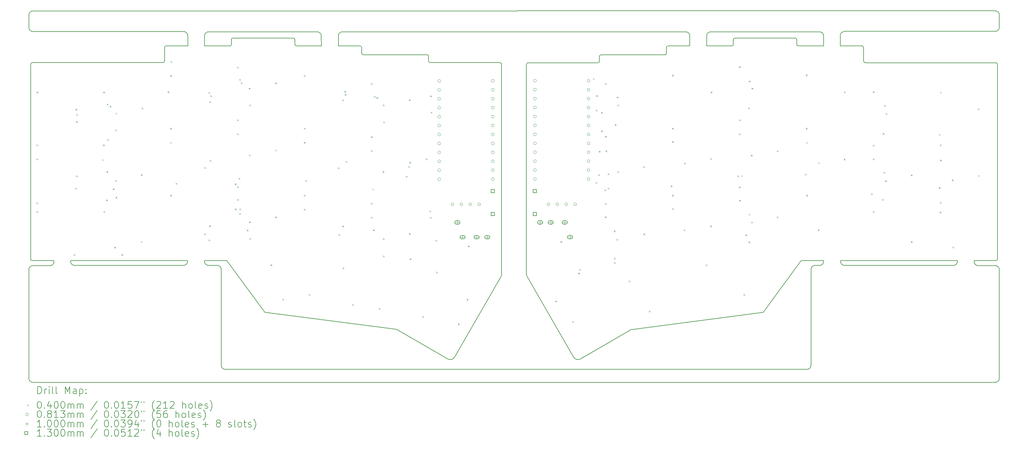
<source format=gbr>
%TF.GenerationSoftware,KiCad,Pcbnew,7.0.7-7.0.7~ubuntu22.04.1*%
%TF.CreationDate,2023-09-02T12:46:00+02:00*%
%TF.ProjectId,corne-cherry,636f726e-652d-4636-9865-7272792e6b69,3.0.1*%
%TF.SameCoordinates,Original*%
%TF.FileFunction,Drillmap*%
%TF.FilePolarity,Positive*%
%FSLAX45Y45*%
G04 Gerber Fmt 4.5, Leading zero omitted, Abs format (unit mm)*
G04 Created by KiCad (PCBNEW 7.0.7-7.0.7~ubuntu22.04.1) date 2023-09-02 12:46:00*
%MOMM*%
%LPD*%
G01*
G04 APERTURE LIST*
%ADD10C,0.200000*%
%ADD11C,0.040000*%
%ADD12C,0.081280*%
%ADD13C,0.100000*%
%ADD14C,0.130000*%
G04 APERTURE END LIST*
D10*
X1780750Y-8302031D02*
X1781250Y-8325000D01*
X1781250Y-8325000D02*
X1781230Y-8325200D01*
X1781230Y-8325200D02*
X1781230Y-8325200D01*
X1781230Y-8325200D02*
X1778960Y-8348300D01*
X1778960Y-8348300D02*
X1778960Y-8348300D01*
X1778960Y-8348300D02*
X1778960Y-8348300D01*
X1778960Y-8348300D02*
X1778960Y-8348400D01*
X1778960Y-8348400D02*
X1778860Y-8348800D01*
X1778860Y-8348800D02*
X1778770Y-8349300D01*
X1778770Y-8349300D02*
X1772080Y-8371400D01*
X1772080Y-8371400D02*
X1772060Y-8371500D01*
X1772060Y-8371500D02*
X1771880Y-8371900D01*
X1771880Y-8371900D02*
X1771700Y-8372400D01*
X1771700Y-8372400D02*
X1760820Y-8392800D01*
X1760820Y-8392800D02*
X1760790Y-8392900D01*
X1760790Y-8392900D02*
X1760540Y-8393200D01*
X1760540Y-8393200D02*
X1760280Y-8393600D01*
X1760280Y-8393600D02*
X1745640Y-8411600D01*
X1745640Y-8411600D02*
X1745640Y-8411600D01*
X1745640Y-8411600D02*
X1745640Y-8411600D01*
X1745640Y-8411600D02*
X1745590Y-8411600D01*
X1745590Y-8411600D02*
X1745270Y-8412000D01*
X1745270Y-8412000D02*
X1744950Y-8412300D01*
X1744950Y-8412300D02*
X1727090Y-8427100D01*
X1727090Y-8427100D02*
X1727040Y-8427100D01*
X1727040Y-8427100D02*
X1726660Y-8427300D01*
X1726660Y-8427300D02*
X1726280Y-8427600D01*
X1726280Y-8427600D02*
X1705900Y-8438600D01*
X1705900Y-8438600D02*
X1705900Y-8438600D01*
X1705900Y-8438600D02*
X1705900Y-8438600D01*
X1705900Y-8438600D02*
X1705830Y-8438700D01*
X1705830Y-8438700D02*
X1705420Y-8438800D01*
X1705420Y-8438800D02*
X1705000Y-8439000D01*
X1705000Y-8439000D02*
X1682860Y-8445900D01*
X1682860Y-8445900D02*
X1682790Y-8445900D01*
X1682790Y-8445900D02*
X1682350Y-8446000D01*
X1682350Y-8446000D02*
X1681900Y-8446000D01*
X1681900Y-8446000D02*
X1658850Y-8448500D01*
X1658850Y-8448500D02*
X1658780Y-8448500D01*
X1658780Y-8448500D02*
X1658560Y-8448500D01*
X1658560Y-8448500D02*
X1658350Y-8448500D01*
X1658350Y-8448500D02*
X1657750Y-8448500D01*
X1657750Y-8448500D02*
X1657740Y-8448500D01*
X1657740Y-8448500D02*
X1182520Y-8448500D01*
X1182520Y-8448500D02*
X1181940Y-8448500D01*
X1181940Y-8448500D02*
X1159630Y-8450800D01*
X1159630Y-8450800D02*
X1138430Y-8457400D01*
X1138430Y-8457400D02*
X1118910Y-8468000D01*
X1118910Y-8468000D02*
X1101800Y-8482100D01*
X1101800Y-8482100D02*
X1087780Y-8499300D01*
X1087780Y-8499300D02*
X1077360Y-8518900D01*
X1077360Y-8518900D02*
X1070940Y-8540200D01*
X1070940Y-8540200D02*
X1068750Y-8562500D01*
X1068750Y-11649700D02*
X1068750Y-11650300D01*
X1068750Y-11650300D02*
X1071100Y-11672600D01*
X1071100Y-11672600D02*
X1077660Y-11693800D01*
X1077660Y-11693800D02*
X1088220Y-11713300D01*
X1088220Y-11713300D02*
X1102360Y-11730400D01*
X1102360Y-11730400D02*
X1119570Y-11744500D01*
X1119570Y-11744500D02*
X1139160Y-11754900D01*
X1139160Y-11754900D02*
X1160410Y-11761300D01*
X1160410Y-11761300D02*
X1182740Y-11763500D01*
X1182740Y-11763500D02*
X28505750Y-11762600D01*
X28505550Y-1203850D02*
X1182520Y-1204750D01*
X1182520Y-1204750D02*
X1181940Y-1204750D01*
X1181940Y-1204750D02*
X1159630Y-1207100D01*
X1159630Y-1207100D02*
X1138430Y-1213660D01*
X1138430Y-1213660D02*
X1118910Y-1224220D01*
X1118910Y-1224220D02*
X1101800Y-1238370D01*
X1101800Y-1238370D02*
X1087780Y-1255570D01*
X1087780Y-1255570D02*
X1077360Y-1275160D01*
X1077360Y-1275160D02*
X1070940Y-1296410D01*
X1070940Y-1296410D02*
X1068750Y-1318750D01*
X1068750Y-1318750D02*
X1068750Y-1674730D01*
X1068750Y-1674730D02*
X1068750Y-1675310D01*
X1068750Y-1675310D02*
X1071100Y-1697620D01*
X1071100Y-1697620D02*
X1077660Y-1718820D01*
X1077660Y-1718820D02*
X1088220Y-1738350D01*
X1088220Y-1738350D02*
X1102360Y-1755450D01*
X1102360Y-1755450D02*
X1119570Y-1769480D01*
X1119570Y-1769480D02*
X1139160Y-1779900D01*
X1139160Y-1779900D02*
X1160410Y-1786310D01*
X1160410Y-1786310D02*
X1182740Y-1788500D01*
X1182740Y-1788500D02*
X5457740Y-1788500D01*
X5457740Y-1788500D02*
X5457990Y-1788530D01*
X5457990Y-1788530D02*
X5457990Y-1788530D01*
X5457990Y-1788530D02*
X5481050Y-1790790D01*
X5481050Y-1790790D02*
X5481050Y-1790790D01*
X5481050Y-1790790D02*
X5481050Y-1790790D01*
X5481050Y-1790790D02*
X5481120Y-1790790D01*
X5481120Y-1790790D02*
X5481560Y-1790890D01*
X5481560Y-1790890D02*
X5482010Y-1790980D01*
X5482010Y-1790980D02*
X5504200Y-1797680D01*
X5504200Y-1797680D02*
X5504260Y-1797700D01*
X5504260Y-1797700D02*
X5504680Y-1797870D01*
X5504680Y-1797870D02*
X5505100Y-1798050D01*
X5505100Y-1798050D02*
X5525560Y-1808930D01*
X5525560Y-1808930D02*
X5525560Y-1808930D01*
X5525560Y-1808930D02*
X5525560Y-1808930D01*
X5525560Y-1808930D02*
X5525620Y-1808960D01*
X5525620Y-1808960D02*
X5526000Y-1809220D01*
X5526000Y-1809220D02*
X5526380Y-1809470D01*
X5526380Y-1809470D02*
X5544340Y-1824120D01*
X5544340Y-1824120D02*
X5544390Y-1824160D01*
X5544390Y-1824160D02*
X5544700Y-1824480D01*
X5544700Y-1824480D02*
X5545030Y-1824800D01*
X5545030Y-1824800D02*
X5559800Y-1842660D01*
X5559800Y-1842660D02*
X5559840Y-1842710D01*
X5559840Y-1842710D02*
X5560090Y-1843090D01*
X5560090Y-1843090D02*
X5560350Y-1843470D01*
X5560350Y-1843470D02*
X5571370Y-1863860D01*
X5571370Y-1863860D02*
X5571370Y-1863860D01*
X5571370Y-1863860D02*
X5571370Y-1863860D01*
X5571370Y-1863860D02*
X5571400Y-1863920D01*
X5571400Y-1863920D02*
X5571570Y-1864340D01*
X5571570Y-1864340D02*
X5571750Y-1864760D01*
X5571750Y-1864760D02*
X5578600Y-1886900D01*
X5578600Y-1886900D02*
X5578620Y-1886960D01*
X5578620Y-1886960D02*
X5578710Y-1887410D01*
X5578710Y-1887410D02*
X5578800Y-1887850D01*
X5578800Y-1887850D02*
X5581220Y-1910900D01*
X5581220Y-1910900D02*
X5581230Y-1910970D01*
X5581230Y-1910970D02*
X5581220Y-1911190D01*
X5581220Y-1911190D02*
X5581250Y-1911410D01*
X5581250Y-1911410D02*
X5581250Y-1912000D01*
X5581250Y-1912000D02*
X5581250Y-1912010D01*
X5581250Y-1912010D02*
X5581750Y-2202025D01*
X6055750Y-8302107D02*
X6056250Y-8324700D01*
X6056250Y-8324700D02*
X6056250Y-8325300D01*
X6056250Y-8325300D02*
X6058600Y-8347600D01*
X6058600Y-8347600D02*
X6065160Y-8368800D01*
X6065160Y-8368800D02*
X6075720Y-8388300D01*
X6075720Y-8388300D02*
X6089860Y-8405400D01*
X6089860Y-8405400D02*
X6107070Y-8419500D01*
X6107070Y-8419500D02*
X6126660Y-8429900D01*
X6126660Y-8429900D02*
X6147910Y-8436300D01*
X6147910Y-8436300D02*
X6170240Y-8438500D01*
X6170240Y-8438500D02*
X6407740Y-8438500D01*
X6407740Y-8438500D02*
X6407990Y-8438500D01*
X6407990Y-8438500D02*
X6407990Y-8438500D01*
X6407990Y-8438500D02*
X6431050Y-8440800D01*
X6431050Y-8440800D02*
X6431050Y-8440800D01*
X6431050Y-8440800D02*
X6431050Y-8440800D01*
X6431050Y-8440800D02*
X6431120Y-8440800D01*
X6431120Y-8440800D02*
X6431560Y-8440900D01*
X6431560Y-8440900D02*
X6432010Y-8441000D01*
X6432010Y-8441000D02*
X6454200Y-8447700D01*
X6454200Y-8447700D02*
X6454260Y-8447700D01*
X6454260Y-8447700D02*
X6454680Y-8447900D01*
X6454680Y-8447900D02*
X6455100Y-8448000D01*
X6455100Y-8448000D02*
X6475560Y-8458900D01*
X6475560Y-8458900D02*
X6475560Y-8458900D01*
X6475560Y-8458900D02*
X6475560Y-8458900D01*
X6475560Y-8458900D02*
X6475620Y-8459000D01*
X6475620Y-8459000D02*
X6476000Y-8459200D01*
X6476000Y-8459200D02*
X6476380Y-8459500D01*
X6476380Y-8459500D02*
X6494340Y-8474100D01*
X6494340Y-8474100D02*
X6494390Y-8474200D01*
X6494390Y-8474200D02*
X6494700Y-8474500D01*
X6494700Y-8474500D02*
X6495030Y-8474800D01*
X6495030Y-8474800D02*
X6509800Y-8492700D01*
X6509800Y-8492700D02*
X6509840Y-8492700D01*
X6509840Y-8492700D02*
X6510090Y-8493100D01*
X6510090Y-8493100D02*
X6510350Y-8493500D01*
X6510350Y-8493500D02*
X6521370Y-8513900D01*
X6521370Y-8513900D02*
X6521370Y-8513900D01*
X6521370Y-8513900D02*
X6521370Y-8513900D01*
X6521370Y-8513900D02*
X6521400Y-8513900D01*
X6521400Y-8513900D02*
X6521570Y-8514300D01*
X6521570Y-8514300D02*
X6521750Y-8514800D01*
X6521750Y-8514800D02*
X6528600Y-8536900D01*
X6528600Y-8536900D02*
X6528620Y-8537000D01*
X6528620Y-8537000D02*
X6528710Y-8537400D01*
X6528710Y-8537400D02*
X6528800Y-8537900D01*
X6528800Y-8537900D02*
X6531220Y-8560900D01*
X6531220Y-8560900D02*
X6531230Y-8561000D01*
X6531230Y-8561000D02*
X6531220Y-8561200D01*
X6531220Y-8561200D02*
X6531250Y-8561400D01*
X6531250Y-8561400D02*
X6531250Y-8562000D01*
X6531250Y-8562000D02*
X6531250Y-8562000D01*
X6531250Y-8562000D02*
X6531250Y-11279700D01*
X6531250Y-11279700D02*
X6531250Y-11280300D01*
X6531250Y-11280300D02*
X6533600Y-11302600D01*
X6533600Y-11302600D02*
X6540160Y-11323800D01*
X6540160Y-11323800D02*
X6550720Y-11343300D01*
X6550720Y-11343300D02*
X6564860Y-11360400D01*
X6564860Y-11360400D02*
X6582070Y-11374500D01*
X6582070Y-11374500D02*
X6601660Y-11384900D01*
X6601660Y-11384900D02*
X6622910Y-11391300D01*
X6622910Y-11391300D02*
X6645240Y-11393500D01*
X6645450Y-11393400D02*
X23161950Y-11392600D01*
X19718050Y-1797600D02*
X9970050Y-1798500D01*
X9970050Y-1798500D02*
X9969450Y-1798500D01*
X9969450Y-1798500D02*
X9947150Y-1800850D01*
X9947150Y-1800850D02*
X9925950Y-1807410D01*
X9925950Y-1807410D02*
X9906450Y-1817970D01*
X9906450Y-1817970D02*
X9889350Y-1832120D01*
X9889350Y-1832120D02*
X9875250Y-1849320D01*
X9875250Y-1849320D02*
X9864850Y-1868910D01*
X9864850Y-1868910D02*
X9858450Y-1890160D01*
X9858450Y-1890160D02*
X9856250Y-1912500D01*
X9856250Y-1912500D02*
X9856750Y-2201873D01*
X2256750Y-8302031D02*
X2256250Y-8324700D01*
X2256250Y-8324700D02*
X2256250Y-8325300D01*
X2256250Y-8325300D02*
X2258600Y-8347600D01*
X2258600Y-8347600D02*
X2265160Y-8368800D01*
X2265160Y-8368800D02*
X2275720Y-8388300D01*
X2275720Y-8388300D02*
X2289860Y-8405400D01*
X2289860Y-8405400D02*
X2307070Y-8419500D01*
X2307070Y-8419500D02*
X2326660Y-8429900D01*
X2326660Y-8429900D02*
X2347910Y-8436300D01*
X2347910Y-8436300D02*
X2370240Y-8438500D01*
X2370240Y-8438500D02*
X5457480Y-8438500D01*
X5457480Y-8438500D02*
X5458060Y-8438500D01*
X5458060Y-8438500D02*
X5480370Y-8436200D01*
X5480370Y-8436200D02*
X5501570Y-8429600D01*
X5501570Y-8429600D02*
X5521090Y-8419000D01*
X5521090Y-8419000D02*
X5538200Y-8404900D01*
X5538200Y-8404900D02*
X5552220Y-8387700D01*
X5552220Y-8387700D02*
X5562640Y-8368100D01*
X5562640Y-8368100D02*
X5569060Y-8346800D01*
X5569060Y-8346800D02*
X5571250Y-8324500D01*
X5571250Y-8324500D02*
X5571750Y-8302031D01*
X9372750Y-2202025D02*
X9371250Y-1912270D01*
X9371250Y-1912270D02*
X9371250Y-1911690D01*
X9371250Y-1911690D02*
X9368900Y-1889380D01*
X9368900Y-1889380D02*
X9362340Y-1868180D01*
X9362340Y-1868180D02*
X9351780Y-1848660D01*
X9351780Y-1848660D02*
X9337630Y-1831560D01*
X9337630Y-1831560D02*
X9320430Y-1817530D01*
X9320430Y-1817530D02*
X9300840Y-1807110D01*
X9300840Y-1807110D02*
X9279590Y-1800690D01*
X9279590Y-1800690D02*
X9257260Y-1798500D01*
X9257260Y-1798500D02*
X6170020Y-1798500D01*
X6170020Y-1798500D02*
X6169440Y-1798500D01*
X6169440Y-1798500D02*
X6147130Y-1800850D01*
X6147130Y-1800850D02*
X6125930Y-1807410D01*
X6125930Y-1807410D02*
X6106410Y-1817970D01*
X6106410Y-1817970D02*
X6089300Y-1832120D01*
X6089300Y-1832120D02*
X6075280Y-1849320D01*
X6075280Y-1849320D02*
X6064860Y-1868910D01*
X6064860Y-1868910D02*
X6058440Y-1890160D01*
X6058440Y-1890160D02*
X6056250Y-1912500D01*
X6056250Y-1912500D02*
X6057750Y-2201873D01*
X1068750Y-8562500D02*
X1068750Y-11649700D01*
X23631750Y-2202673D02*
X23631950Y-1911370D01*
X23631950Y-1911370D02*
X23631950Y-1910790D01*
X23631950Y-1910790D02*
X23629650Y-1888480D01*
X23629650Y-1888480D02*
X23623050Y-1867280D01*
X23623050Y-1867280D02*
X23612550Y-1847760D01*
X23612550Y-1847760D02*
X23598350Y-1830660D01*
X23598350Y-1830660D02*
X23581150Y-1816630D01*
X23581150Y-1816630D02*
X23561550Y-1806210D01*
X23561550Y-1806210D02*
X23540350Y-1799790D01*
X23540350Y-1799790D02*
X23518050Y-1797600D01*
X23518050Y-1797600D02*
X20430750Y-1797600D01*
X20430750Y-1797600D02*
X20430150Y-1797600D01*
X20430150Y-1797600D02*
X20407850Y-1799950D01*
X20407850Y-1799950D02*
X20386650Y-1806510D01*
X20386650Y-1806510D02*
X20367150Y-1817070D01*
X20367150Y-1817070D02*
X20350050Y-1831220D01*
X20350050Y-1831220D02*
X20336050Y-1848420D01*
X20336050Y-1848420D02*
X20325650Y-1868010D01*
X20325650Y-1868010D02*
X20319150Y-1889260D01*
X20319150Y-1889260D02*
X20317050Y-1911600D01*
X20317050Y-1911600D02*
X20316750Y-2202825D01*
X28030250Y-8447600D02*
X28007150Y-8445300D01*
X28586450Y-11729000D02*
X28600450Y-11711800D01*
X19781150Y-1816630D02*
X19761550Y-1806210D01*
X19798350Y-1830660D02*
X19781150Y-1816630D01*
X28619450Y-8560800D02*
X28619550Y-11648600D01*
X19832750Y-2202673D02*
X19831950Y-1911370D01*
X19831950Y-1911370D02*
X19831950Y-1910790D01*
X19831950Y-1910790D02*
X19829650Y-1888480D01*
X19829650Y-1888480D02*
X19823050Y-1867280D01*
X19823050Y-1867280D02*
X19812550Y-1847760D01*
X19812550Y-1847760D02*
X19798350Y-1830660D01*
X19761550Y-1806210D02*
X19740350Y-1799790D01*
X19740350Y-1799790D02*
X19718050Y-1797600D01*
X24117750Y-8302731D02*
X24117050Y-8323800D01*
X24117050Y-8323800D02*
X24117050Y-8324400D01*
X24117050Y-8324400D02*
X24119350Y-8346700D01*
X24119350Y-8346700D02*
X24125950Y-8367900D01*
X24125950Y-8367900D02*
X24136450Y-8387400D01*
X24136450Y-8387400D02*
X24150650Y-8404500D01*
X24150650Y-8404500D02*
X24167850Y-8418600D01*
X24167850Y-8418600D02*
X24187450Y-8429000D01*
X24187450Y-8429000D02*
X24208650Y-8435400D01*
X24208650Y-8435400D02*
X24230950Y-8437600D01*
X24230950Y-8437600D02*
X27318250Y-8437600D01*
X27318250Y-8437600D02*
X27318850Y-8437600D01*
X27318850Y-8437600D02*
X27341150Y-8435300D01*
X27341150Y-8435300D02*
X27362350Y-8428700D01*
X27362350Y-8428700D02*
X27381850Y-8418100D01*
X27381850Y-8418100D02*
X27398950Y-8404000D01*
X27398950Y-8404000D02*
X27412950Y-8386800D01*
X27412950Y-8386800D02*
X27423350Y-8367200D01*
X27423350Y-8367200D02*
X27429850Y-8345900D01*
X27429850Y-8345900D02*
X27431950Y-8323600D01*
X27431950Y-8323600D02*
X27432750Y-8302731D01*
X23161950Y-11392600D02*
X23162550Y-11392600D01*
X23162550Y-11392600D02*
X23184850Y-11390300D01*
X23184850Y-11390300D02*
X23206050Y-11383700D01*
X23206050Y-11383700D02*
X23225550Y-11373100D01*
X23225550Y-11373100D02*
X23242650Y-11359000D01*
X23242650Y-11359000D02*
X23256750Y-11341800D01*
X23256750Y-11341800D02*
X23267150Y-11322200D01*
X23267150Y-11322200D02*
X23273550Y-11300900D01*
X23273550Y-11300900D02*
X23275750Y-11278600D01*
X23275750Y-11278600D02*
X23275750Y-8561100D01*
X23275750Y-8561100D02*
X23275750Y-8560900D01*
X23275750Y-8560900D02*
X23275750Y-8560900D01*
X23275750Y-8560900D02*
X23278050Y-8537800D01*
X23278050Y-8537800D02*
X23278050Y-8537800D01*
X23278050Y-8537800D02*
X23278050Y-8537800D01*
X23278050Y-8537800D02*
X23278050Y-8537700D01*
X23278050Y-8537700D02*
X23278150Y-8537300D01*
X23278150Y-8537300D02*
X23278250Y-8536800D01*
X23278250Y-8536800D02*
X23284950Y-8514700D01*
X23284950Y-8514700D02*
X23284950Y-8514600D01*
X23284950Y-8514600D02*
X23285150Y-8514200D01*
X23285150Y-8514200D02*
X23285250Y-8513800D01*
X23285250Y-8513800D02*
X23296150Y-8493300D01*
X23296150Y-8493300D02*
X23296150Y-8493300D01*
X23296150Y-8493300D02*
X23296150Y-8493300D01*
X23296150Y-8493300D02*
X23296250Y-8493200D01*
X23296250Y-8493200D02*
X23296450Y-8492900D01*
X23296450Y-8492900D02*
X23296750Y-8492500D01*
X23296750Y-8492500D02*
X23311350Y-8474500D01*
X23311350Y-8474500D02*
X23311450Y-8474500D01*
X23311450Y-8474500D02*
X23311750Y-8474100D01*
X23311750Y-8474100D02*
X23312050Y-8473800D01*
X23312050Y-8473800D02*
X23329950Y-8459100D01*
X23329950Y-8459100D02*
X23329950Y-8459000D01*
X23329950Y-8459000D02*
X23330350Y-8458800D01*
X23330350Y-8458800D02*
X23330750Y-8458500D01*
X23330750Y-8458500D02*
X23351150Y-8447500D01*
X23351150Y-8447500D02*
X23351150Y-8447500D01*
X23351150Y-8447500D02*
X23351150Y-8447500D01*
X23351150Y-8447500D02*
X23351150Y-8447400D01*
X23351150Y-8447400D02*
X23351550Y-8447300D01*
X23351550Y-8447300D02*
X23352050Y-8447100D01*
X23352050Y-8447100D02*
X23374150Y-8440300D01*
X23374150Y-8440300D02*
X23374150Y-8440300D01*
X23374150Y-8440300D02*
X23374250Y-8440200D01*
X23374250Y-8440200D02*
X23374650Y-8440100D01*
X23374650Y-8440100D02*
X23375050Y-8440100D01*
X23375050Y-8440100D02*
X23398150Y-8437600D01*
X23398150Y-8437600D02*
X23398250Y-8437600D01*
X23398250Y-8437600D02*
X23398450Y-8437600D01*
X23398450Y-8437600D02*
X23398650Y-8437600D01*
X23398650Y-8437600D02*
X23399250Y-8437600D01*
X23399250Y-8437600D02*
X23399250Y-8437600D01*
X23399250Y-8437600D02*
X23518250Y-8437600D01*
X23518250Y-8437600D02*
X23518850Y-8437600D01*
X23518850Y-8437600D02*
X23541150Y-8435300D01*
X23541150Y-8435300D02*
X23562350Y-8428700D01*
X23562350Y-8428700D02*
X23581850Y-8418100D01*
X23581850Y-8418100D02*
X23598950Y-8404000D01*
X23598950Y-8404000D02*
X23612950Y-8386800D01*
X23612950Y-8386800D02*
X23623350Y-8367200D01*
X23623350Y-8367200D02*
X23629850Y-8345900D01*
X23629850Y-8345900D02*
X23632050Y-8323600D01*
X23632050Y-8323600D02*
X23632750Y-8302807D01*
X24109250Y-1887730D02*
X24109350Y-1887290D01*
X24109350Y-1887290D02*
X24109450Y-1886840D01*
X24109450Y-1886840D02*
X24116150Y-1864650D01*
X24116150Y-1864650D02*
X24116150Y-1864590D01*
X24116150Y-1864590D02*
X24116350Y-1864170D01*
X24116350Y-1864170D02*
X24116550Y-1863750D01*
X24116550Y-1863750D02*
X24127450Y-1843290D01*
X24127450Y-1843290D02*
X24127450Y-1843290D01*
X24127450Y-1843290D02*
X24127450Y-1843290D01*
X24127450Y-1843290D02*
X24127450Y-1843230D01*
X24127450Y-1843230D02*
X24127750Y-1842850D01*
X24127750Y-1842850D02*
X24127950Y-1842480D01*
X24127950Y-1842480D02*
X24142650Y-1824520D01*
X24142650Y-1824520D02*
X24142650Y-1824460D01*
X24142650Y-1824460D02*
X24142950Y-1824150D01*
X24142950Y-1824150D02*
X24143350Y-1823820D01*
X24143350Y-1823820D02*
X24161150Y-1809050D01*
X24161150Y-1809050D02*
X24161250Y-1809010D01*
X24161250Y-1809010D02*
X24161550Y-1808760D01*
X24161550Y-1808760D02*
X24161950Y-1808510D01*
X24161950Y-1808510D02*
X24182350Y-1797480D01*
X24182350Y-1797480D02*
X24182350Y-1797480D01*
X24182350Y-1797480D02*
X24182350Y-1797480D01*
X24182350Y-1797480D02*
X24182450Y-1797450D01*
X24182450Y-1797450D02*
X24182850Y-1797280D01*
X24182850Y-1797280D02*
X24183250Y-1797100D01*
X24183250Y-1797100D02*
X24205350Y-1790250D01*
X24205350Y-1790250D02*
X24205350Y-1790250D01*
X24205350Y-1790250D02*
X24205450Y-1790230D01*
X24205450Y-1790230D02*
X24205950Y-1790150D01*
X24205950Y-1790150D02*
X24206350Y-1790050D01*
X24206350Y-1790050D02*
X24229350Y-1787630D01*
X24229350Y-1787630D02*
X24229450Y-1787630D01*
X24229450Y-1787630D02*
X24229650Y-1787630D01*
X24229650Y-1787630D02*
X24229950Y-1787600D01*
X24229950Y-1787600D02*
X24230450Y-1787600D01*
X24230450Y-1787600D02*
X24230550Y-1787600D01*
X24230550Y-1787600D02*
X28505750Y-1787600D01*
X28505750Y-1787600D02*
X28506350Y-1787600D01*
X28506350Y-1787600D02*
X28528650Y-1785260D01*
X28528650Y-1785260D02*
X28549850Y-1778690D01*
X28549850Y-1778690D02*
X28569350Y-1768140D01*
X28569350Y-1768140D02*
X28586450Y-1753990D01*
X28586450Y-1753990D02*
X28600450Y-1736790D01*
X28600450Y-1736790D02*
X28610850Y-1717190D01*
X28610850Y-1717190D02*
X28617350Y-1695940D01*
X28617350Y-1695940D02*
X28619550Y-1673610D01*
X28619550Y-1673610D02*
X28619450Y-1317620D01*
X28619450Y-1317620D02*
X28619450Y-1317040D01*
X28619450Y-1317040D02*
X28617150Y-1294730D01*
X28617150Y-1294730D02*
X28610550Y-1273530D01*
X28610550Y-1273530D02*
X28600050Y-1254010D01*
X28600050Y-1254010D02*
X28585850Y-1236910D01*
X28585850Y-1236910D02*
X28568650Y-1222880D01*
X28568650Y-1222880D02*
X28549050Y-1212460D01*
X28549050Y-1212460D02*
X28527850Y-1206040D01*
X28527850Y-1206040D02*
X28505550Y-1203850D01*
X24107750Y-2202825D02*
X24106950Y-1911110D01*
X24106950Y-1911110D02*
X24107050Y-1910860D01*
X24107050Y-1910860D02*
X24109250Y-1887800D01*
X24109250Y-1887800D02*
X24109250Y-1887800D01*
X24109250Y-1887800D02*
X24109250Y-1887800D01*
X24109250Y-1887800D02*
X24109250Y-1887730D01*
X27907050Y-8325100D02*
X27907050Y-8324900D01*
X27907050Y-8324900D02*
X27907050Y-8324700D01*
X27907050Y-8324700D02*
X27907050Y-8324100D01*
X27907050Y-8324100D02*
X27906950Y-8324100D01*
X27906950Y-8324100D02*
X27907750Y-8302807D01*
X27916550Y-8371300D02*
X27909650Y-8349200D01*
X27909650Y-8349200D02*
X27909650Y-8349100D01*
X27909650Y-8349100D02*
X27909550Y-8348700D01*
X27909550Y-8348700D02*
X27909450Y-8348300D01*
X27909450Y-8348300D02*
X27907050Y-8325200D01*
X27907050Y-8325200D02*
X27907050Y-8325100D01*
X28505750Y-11762600D02*
X28506350Y-11762600D01*
X28506350Y-11762600D02*
X28528650Y-11760300D01*
X28528650Y-11760300D02*
X28549850Y-11753700D01*
X28549850Y-11753700D02*
X28569350Y-11743100D01*
X28569350Y-11743100D02*
X28586450Y-11729000D01*
X28600450Y-11711800D02*
X28610850Y-11692200D01*
X28610850Y-11692200D02*
X28617350Y-11670900D01*
X28617350Y-11670900D02*
X28619550Y-11648600D01*
X28619450Y-8560800D02*
X28617150Y-8538500D01*
X28617150Y-8538500D02*
X28610550Y-8517300D01*
X28610550Y-8517300D02*
X28600050Y-8497800D01*
X28600050Y-8497800D02*
X28585850Y-8480700D01*
X28585850Y-8480700D02*
X28568650Y-8466600D01*
X28568650Y-8466600D02*
X28549050Y-8456200D01*
X28549050Y-8456200D02*
X28527850Y-8449800D01*
X28527850Y-8449800D02*
X28505550Y-8447600D01*
X28505550Y-8447600D02*
X28030550Y-8447600D01*
X28030550Y-8447600D02*
X28030250Y-8447600D01*
X28030250Y-8447600D02*
X28030250Y-8447600D01*
X28007150Y-8445300D02*
X28007150Y-8445300D01*
X28007150Y-8445300D02*
X28007150Y-8445300D01*
X28007150Y-8445300D02*
X28007150Y-8445300D01*
X28007150Y-8445300D02*
X28006650Y-8445200D01*
X28006650Y-8445200D02*
X28006250Y-8445100D01*
X28006250Y-8445100D02*
X27984050Y-8438400D01*
X27984050Y-8438400D02*
X27983950Y-8438400D01*
X27983950Y-8438400D02*
X27983550Y-8438200D01*
X27983550Y-8438200D02*
X27983150Y-8438100D01*
X27983150Y-8438100D02*
X27962650Y-8427200D01*
X27962650Y-8427200D02*
X27962650Y-8427200D01*
X27962650Y-8427200D02*
X27962650Y-8427100D01*
X27962650Y-8427100D02*
X27962250Y-8426900D01*
X27962250Y-8426900D02*
X27961850Y-8426600D01*
X27961850Y-8426600D02*
X27943950Y-8412000D01*
X27943950Y-8412000D02*
X27943950Y-8412000D01*
X27943950Y-8412000D02*
X27943950Y-8412000D01*
X27943950Y-8412000D02*
X27943850Y-8411900D01*
X27943850Y-8411900D02*
X27943550Y-8411600D01*
X27943550Y-8411600D02*
X27943250Y-8411300D01*
X27943250Y-8411300D02*
X27928450Y-8393400D01*
X27928450Y-8393400D02*
X27928450Y-8393400D01*
X27928450Y-8393400D02*
X27928150Y-8393000D01*
X27928150Y-8393000D02*
X27927950Y-8392600D01*
X27927950Y-8392600D02*
X27916850Y-8372200D01*
X27916850Y-8372200D02*
X27916850Y-8372200D01*
X27916850Y-8372200D02*
X27916850Y-8372200D01*
X27916850Y-8372200D02*
X27916850Y-8372200D01*
X27916850Y-8372200D02*
X27916650Y-8371800D01*
X27916650Y-8371800D02*
X27916550Y-8371300D01*
X18162950Y-10267800D02*
X18183119Y-10262377D01*
X18203571Y-10258200D01*
X18224248Y-10255278D01*
X18228406Y-10254846D01*
X15218179Y-8762572D02*
X15209231Y-8744685D01*
X15201683Y-8723223D01*
X15197065Y-8700959D01*
X15195456Y-8678190D01*
X15195470Y-8675323D01*
X19170618Y-2402571D02*
X19170618Y-2252711D01*
X17320484Y-2452609D02*
X19120580Y-2452609D01*
X15195470Y-2727817D02*
X15200402Y-2706148D01*
X15213664Y-2689248D01*
X15232967Y-2679406D01*
X15245458Y-2677830D01*
X15195522Y-2727690D02*
X15195522Y-8675095D01*
X24117750Y-8302731D02*
X27432750Y-8302731D01*
X28570463Y-2727817D02*
X28570640Y-8252693D01*
X24820588Y-2677653D02*
X28520450Y-2677830D01*
X21120574Y-1977629D02*
X22820594Y-1977629D01*
X21070536Y-2152635D02*
X21070536Y-2027667D01*
X19220656Y-2202673D02*
X19832750Y-2202673D01*
X18162950Y-10267800D02*
X16733542Y-11093908D01*
X17270700Y-2502647D02*
X17270471Y-2627818D01*
X17270471Y-2502824D02*
X17275397Y-2481146D01*
X17288657Y-2464238D01*
X17307962Y-2454390D01*
X17320458Y-2452812D01*
X24770550Y-2252711D02*
X24770550Y-2627615D01*
X22920670Y-2202673D02*
X23631750Y-2202673D01*
X22870632Y-2027667D02*
X22870632Y-2152635D01*
X15245559Y-2677653D02*
X17220459Y-2677830D01*
X28570463Y-8252820D02*
X28565527Y-8274496D01*
X28552258Y-8291398D01*
X28532947Y-8301236D01*
X28520451Y-8302807D01*
X28520451Y-8302807D02*
X28520450Y-8302807D01*
X28520450Y-2677830D02*
X28542128Y-2682755D01*
X28559037Y-2696015D01*
X28568885Y-2715322D01*
X28570463Y-2727817D01*
X28570463Y-2727817D02*
X28570463Y-2727817D01*
X24820461Y-2677830D02*
X24798783Y-2672905D01*
X24781874Y-2659644D01*
X24772026Y-2640338D01*
X24770449Y-2627843D01*
X24770449Y-2627843D02*
X24770449Y-2627818D01*
X24720462Y-2202825D02*
X24742131Y-2207758D01*
X24759030Y-2221019D01*
X24768873Y-2240321D01*
X24770449Y-2252813D01*
X22920466Y-2202825D02*
X22898788Y-2197900D01*
X22881880Y-2184640D01*
X22872032Y-2165333D01*
X22870454Y-2152838D01*
X22870454Y-2152838D02*
X22870454Y-2152813D01*
X22820467Y-1977807D02*
X22842143Y-1982743D01*
X22859045Y-1996012D01*
X22868883Y-2015323D01*
X22870454Y-2027819D01*
X22870454Y-2027819D02*
X22870454Y-2027819D01*
X21070459Y-2027819D02*
X21075384Y-2006141D01*
X21088645Y-1989232D01*
X21107951Y-1979384D01*
X21120447Y-1977807D01*
X21120447Y-1977807D02*
X21120447Y-1977807D01*
X21070459Y-2152813D02*
X21065534Y-2174491D01*
X21052274Y-2191400D01*
X21032967Y-2201248D01*
X21020472Y-2202825D01*
X21020472Y-2202825D02*
X21020447Y-2202825D01*
X19170465Y-2252813D02*
X19175398Y-2231143D01*
X19188659Y-2214244D01*
X19207961Y-2204401D01*
X19220452Y-2202825D01*
X19170465Y-2402825D02*
X19165529Y-2424500D01*
X19152260Y-2441402D01*
X19132949Y-2451241D01*
X19120453Y-2452812D01*
X16540730Y-11055961D02*
X15218128Y-8762725D01*
X16541040Y-11056423D02*
X16540730Y-11055961D01*
X16733542Y-11093908D02*
X16715136Y-11104387D01*
X16695861Y-11111787D01*
X16676044Y-11116172D01*
X16656010Y-11117605D01*
X16629527Y-11115034D01*
X16604014Y-11107479D01*
X16585982Y-11098634D01*
X16569258Y-11087133D01*
X16554168Y-11073042D01*
X16541040Y-11056423D01*
X21895451Y-9777809D02*
X18228406Y-10254846D01*
X21930807Y-9763179D02*
X21913452Y-9774462D01*
X21895451Y-9777809D01*
X22985109Y-8317463D02*
X21930807Y-9763179D01*
X17270471Y-2627818D02*
X17265546Y-2649496D01*
X17252285Y-2666405D01*
X17232978Y-2676253D01*
X17220483Y-2677830D01*
X17220483Y-2677830D02*
X17220459Y-2677830D01*
X6669034Y-8302007D02*
X6055750Y-8302107D01*
X1169050Y-8302007D02*
X1780750Y-8302031D01*
X4969038Y-2202025D02*
X5581750Y-2202025D01*
X8669053Y-2202025D02*
X9372750Y-2202025D01*
X12469017Y-2677030D02*
X12469041Y-2677030D01*
X12419029Y-2627018D02*
X12423954Y-2648696D01*
X12437215Y-2665605D01*
X12456521Y-2675453D01*
X12469017Y-2677030D01*
X6704390Y-8316663D02*
X7758693Y-9762379D01*
X7794049Y-9777009D02*
X11461094Y-10254046D01*
X12955958Y-11093108D02*
X12974364Y-11103587D01*
X12993639Y-11110987D01*
X13013456Y-11115372D01*
X13033490Y-11116805D01*
X13059973Y-11114234D01*
X13085486Y-11106679D01*
X13103518Y-11097834D01*
X13120242Y-11086333D01*
X13135332Y-11072242D01*
X13148460Y-11055623D01*
X13148460Y-11055623D02*
X13148770Y-11055161D01*
X13148770Y-11055161D02*
X14471372Y-8761925D01*
X10519035Y-2402025D02*
X10523971Y-2423700D01*
X10537240Y-2440602D01*
X10556551Y-2450441D01*
X10569047Y-2452012D01*
X10519035Y-2252013D02*
X10514102Y-2230343D01*
X10500841Y-2213444D01*
X10481539Y-2203601D01*
X10469048Y-2202025D01*
X8669028Y-2202025D02*
X8669053Y-2202025D01*
X8619041Y-2152013D02*
X8623966Y-2173691D01*
X8637226Y-2190600D01*
X8656533Y-2200448D01*
X8669028Y-2202025D01*
X8569053Y-1977007D02*
X8569053Y-1977007D01*
X8619041Y-2027019D02*
X8614116Y-2005341D01*
X8600855Y-1988432D01*
X8581549Y-1978584D01*
X8569053Y-1977007D01*
X6819046Y-2027019D02*
X6819046Y-2027019D01*
X6869033Y-1977007D02*
X6847357Y-1981943D01*
X6830455Y-1995212D01*
X6820616Y-2014523D01*
X6819046Y-2027019D01*
X6819046Y-2152038D02*
X6819046Y-2152013D01*
X6769033Y-2202025D02*
X6790712Y-2197100D01*
X6807620Y-2183840D01*
X6817468Y-2164533D01*
X6819046Y-2152038D01*
X4969038Y-2202025D02*
X4947369Y-2206958D01*
X4930469Y-2220219D01*
X4920627Y-2239521D01*
X4919051Y-2252013D01*
X4919051Y-2627043D02*
X4919051Y-2627018D01*
X4869039Y-2677030D02*
X4890717Y-2672105D01*
X4907626Y-2658844D01*
X4917474Y-2639538D01*
X4919051Y-2627043D01*
X1119037Y-2727017D02*
X1119037Y-2727017D01*
X1169050Y-2677030D02*
X1147372Y-2681955D01*
X1130463Y-2695215D01*
X1120615Y-2714522D01*
X1119037Y-2727017D01*
X1169049Y-8302007D02*
X1169050Y-8302007D01*
X1119037Y-8252020D02*
X1123973Y-8273696D01*
X1137242Y-8290598D01*
X1156553Y-8300436D01*
X1169049Y-8302007D01*
X14443940Y-2676853D02*
X12469041Y-2677030D01*
X6819046Y-2027019D02*
X6818868Y-2151835D01*
X6768830Y-2201873D02*
X6057750Y-2201873D01*
X4918950Y-2251911D02*
X4918950Y-2626815D01*
X12419029Y-2502024D02*
X12414103Y-2480346D01*
X12400843Y-2463438D01*
X12381538Y-2453590D01*
X12369042Y-2452012D01*
X12418800Y-2501847D02*
X12419029Y-2627018D01*
X11526550Y-10267000D02*
X12955958Y-11093108D01*
X10468844Y-2201873D02*
X9856750Y-2201873D01*
X8618964Y-2151835D02*
X8618964Y-2026867D01*
X8568926Y-1976829D02*
X6868906Y-1976829D01*
X4868912Y-2676853D02*
X1169050Y-2677030D01*
X1119037Y-2727017D02*
X1118860Y-8251893D01*
X5571750Y-8302031D02*
X2256750Y-8302031D01*
X14493978Y-2726890D02*
X14493978Y-8674295D01*
X14494030Y-2727017D02*
X14489097Y-2705348D01*
X14475836Y-2688448D01*
X14456533Y-2678606D01*
X14444042Y-2677030D01*
X12369016Y-2451809D02*
X10568920Y-2451809D01*
X10518882Y-2401771D02*
X10518882Y-2251911D01*
X14471321Y-8761772D02*
X14480269Y-8743885D01*
X14487817Y-8722423D01*
X14492435Y-8700159D01*
X14494044Y-8677390D01*
X14494030Y-8674523D01*
X22985109Y-8317463D02*
X23002462Y-8306165D01*
X23020466Y-8302807D01*
X7758693Y-9762379D02*
X7776048Y-9773662D01*
X7794049Y-9777009D01*
X6704390Y-8316663D02*
X6687037Y-8305365D01*
X6669034Y-8302007D01*
X11526550Y-10267000D02*
X11506380Y-10261577D01*
X11485928Y-10257400D01*
X11465252Y-10254478D01*
X11461094Y-10254046D01*
X21020447Y-2202825D02*
X20316750Y-2202825D01*
X23020466Y-8302807D02*
X23632750Y-8302807D01*
X24720462Y-2202825D02*
X24107750Y-2202825D01*
X28520450Y-8302807D02*
X27907750Y-8302807D01*
D11*
X1280750Y-3500500D02*
X1320750Y-3540500D01*
X1320750Y-3500500D02*
X1280750Y-3540500D01*
X1280750Y-5000500D02*
X1320750Y-5040500D01*
X1320750Y-5000500D02*
X1280750Y-5040500D01*
X1280750Y-5400500D02*
X1320750Y-5440500D01*
X1320750Y-5400500D02*
X1280750Y-5440500D01*
X1280750Y-6650500D02*
X1320750Y-6690500D01*
X1320750Y-6650500D02*
X1280750Y-6690500D01*
X1280750Y-6900500D02*
X1320750Y-6940500D01*
X1320750Y-6900500D02*
X1280750Y-6940500D01*
X2340750Y-8120500D02*
X2380750Y-8160500D01*
X2380750Y-8120500D02*
X2340750Y-8160500D01*
X2380750Y-6230500D02*
X2420750Y-6270500D01*
X2420750Y-6230500D02*
X2380750Y-6270500D01*
X2390750Y-3990500D02*
X2430750Y-4030500D01*
X2430750Y-3990500D02*
X2390750Y-4030500D01*
X2410750Y-4337001D02*
X2450750Y-4377001D01*
X2450750Y-4337001D02*
X2410750Y-4377001D01*
X2410750Y-5880500D02*
X2450750Y-5920500D01*
X2450750Y-5880500D02*
X2410750Y-5920500D01*
X2420273Y-4140999D02*
X2460273Y-4180999D01*
X2460273Y-4140999D02*
X2420273Y-4180999D01*
X3150750Y-5420500D02*
X3190750Y-5460500D01*
X3190750Y-5420500D02*
X3150750Y-5460500D01*
X3176484Y-4999491D02*
X3216484Y-5039491D01*
X3216484Y-4999491D02*
X3176484Y-5039491D01*
X3180750Y-3500500D02*
X3220750Y-3540500D01*
X3220750Y-3500500D02*
X3180750Y-3540500D01*
X3190750Y-6900500D02*
X3230750Y-6940500D01*
X3230750Y-6900500D02*
X3190750Y-6940500D01*
X3259695Y-6569445D02*
X3299695Y-6609445D01*
X3299695Y-6569445D02*
X3259695Y-6609445D01*
X3273250Y-5760500D02*
X3313250Y-5800500D01*
X3313250Y-5760500D02*
X3273250Y-5800500D01*
X3283250Y-3840500D02*
X3323250Y-3880500D01*
X3323250Y-3840500D02*
X3283250Y-3880500D01*
X3290750Y-4850500D02*
X3330750Y-4890500D01*
X3330750Y-4850500D02*
X3290750Y-4890500D01*
X3360750Y-3900500D02*
X3400750Y-3940500D01*
X3400750Y-3900500D02*
X3360750Y-3940500D01*
X3452750Y-6252000D02*
X3492750Y-6292000D01*
X3492750Y-6252000D02*
X3452750Y-6292000D01*
X3490750Y-7910500D02*
X3530750Y-7950500D01*
X3530750Y-7910500D02*
X3490750Y-7950500D01*
X3520750Y-4580500D02*
X3560750Y-4620500D01*
X3560750Y-4580500D02*
X3520750Y-4620500D01*
X3520750Y-6020500D02*
X3560750Y-6060500D01*
X3560750Y-6020500D02*
X3520750Y-6060500D01*
X3530750Y-4100500D02*
X3570750Y-4140500D01*
X3570750Y-4100500D02*
X3530750Y-4140500D01*
X3530750Y-6490500D02*
X3570750Y-6530500D01*
X3570750Y-6490500D02*
X3530750Y-6530500D01*
X3690750Y-8115500D02*
X3730750Y-8155500D01*
X3730750Y-8115500D02*
X3690750Y-8155500D01*
X4250750Y-5850500D02*
X4290750Y-5890500D01*
X4290750Y-5850500D02*
X4250750Y-5890500D01*
X4250750Y-7750500D02*
X4290750Y-7790500D01*
X4290750Y-7750500D02*
X4250750Y-7790500D01*
X4270750Y-3950500D02*
X4310750Y-3990500D01*
X4310750Y-3950500D02*
X4270750Y-3990500D01*
X5010750Y-3490500D02*
X5050750Y-3530500D01*
X5050750Y-3490500D02*
X5010750Y-3530500D01*
X5080750Y-3030500D02*
X5120750Y-3070500D01*
X5120750Y-3030500D02*
X5080750Y-3070500D01*
X5080750Y-4530500D02*
X5120750Y-4570500D01*
X5120750Y-4530500D02*
X5080750Y-4570500D01*
X5080750Y-4930500D02*
X5120750Y-4970500D01*
X5120750Y-4930500D02*
X5080750Y-4970500D01*
X5080750Y-6430500D02*
X5120750Y-6470500D01*
X5120750Y-6430500D02*
X5080750Y-6470500D01*
X5090750Y-2630500D02*
X5130750Y-2670500D01*
X5130750Y-2630500D02*
X5090750Y-2670500D01*
X5237708Y-6097458D02*
X5277708Y-6137458D01*
X5277708Y-6097458D02*
X5237708Y-6137458D01*
X6047717Y-7533533D02*
X6087717Y-7573533D01*
X6087717Y-7533533D02*
X6047717Y-7573533D01*
X6050750Y-5645500D02*
X6090750Y-5685500D01*
X6090750Y-5645500D02*
X6050750Y-5685500D01*
X6170750Y-3510500D02*
X6210750Y-3550500D01*
X6210750Y-3510500D02*
X6170750Y-3550500D01*
X6170750Y-7700500D02*
X6210750Y-7740500D01*
X6210750Y-7700500D02*
X6170750Y-7740500D01*
X6183251Y-7300500D02*
X6223251Y-7340500D01*
X6223251Y-7300500D02*
X6183251Y-7340500D01*
X6190751Y-3775499D02*
X6230751Y-3815499D01*
X6230751Y-3775499D02*
X6190751Y-3815499D01*
X6203251Y-5440500D02*
X6243251Y-5480500D01*
X6243251Y-5440500D02*
X6203251Y-5480500D01*
X6218750Y-3604695D02*
X6258750Y-3644695D01*
X6258750Y-3604695D02*
X6218750Y-3644695D01*
X6918250Y-6110500D02*
X6958250Y-6150500D01*
X6958250Y-6110500D02*
X6918250Y-6150500D01*
X6918250Y-6820500D02*
X6958250Y-6860500D01*
X6958250Y-6820500D02*
X6918250Y-6860500D01*
X6980750Y-2790500D02*
X7020750Y-2830500D01*
X7020750Y-2790500D02*
X6980750Y-2830500D01*
X6980750Y-4290500D02*
X7020750Y-4330500D01*
X7020750Y-4290500D02*
X6980750Y-4330500D01*
X6980750Y-4690500D02*
X7020750Y-4730500D01*
X7020750Y-4690500D02*
X6980750Y-4730500D01*
X6980750Y-6190500D02*
X7020750Y-6230500D01*
X7020750Y-6190500D02*
X6980750Y-6230500D01*
X6980750Y-6550500D02*
X7020750Y-6590500D01*
X7020750Y-6550500D02*
X6980750Y-6590500D01*
X7020750Y-5950500D02*
X7060750Y-5990500D01*
X7060750Y-5950500D02*
X7020750Y-5990500D01*
X7043250Y-3140500D02*
X7083250Y-3180500D01*
X7083250Y-3140500D02*
X7043250Y-3180500D01*
X7043250Y-6950500D02*
X7083250Y-6990500D01*
X7083250Y-6950500D02*
X7043250Y-6990500D01*
X7050750Y-6820500D02*
X7090750Y-6860500D01*
X7090750Y-6820500D02*
X7050750Y-6860500D01*
X7080750Y-3230500D02*
X7120750Y-3270500D01*
X7120750Y-3230500D02*
X7080750Y-3270500D01*
X7255750Y-7424000D02*
X7295750Y-7464000D01*
X7295750Y-7424000D02*
X7255750Y-7464000D01*
X7310750Y-3390500D02*
X7350750Y-3430500D01*
X7350750Y-3390500D02*
X7310750Y-3430500D01*
X7320750Y-5290500D02*
X7360750Y-5330500D01*
X7360750Y-5290500D02*
X7320750Y-5330500D01*
X7320750Y-7190500D02*
X7360750Y-7230500D01*
X7360750Y-7190500D02*
X7320750Y-7230500D01*
X7330750Y-3870500D02*
X7370750Y-3910500D01*
X7370750Y-3870500D02*
X7330750Y-3910500D01*
X7330750Y-7660500D02*
X7370750Y-7700500D01*
X7370750Y-7660500D02*
X7330750Y-7700500D01*
X7930750Y-8410500D02*
X7970750Y-8450500D01*
X7970750Y-8410500D02*
X7930750Y-8450500D01*
X8060750Y-3240500D02*
X8100750Y-3280500D01*
X8100750Y-3240500D02*
X8060750Y-3280500D01*
X8060750Y-5150500D02*
X8100750Y-5190500D01*
X8100750Y-5150500D02*
X8060750Y-5190500D01*
X8060750Y-7050500D02*
X8100750Y-7090500D01*
X8100750Y-7050500D02*
X8060750Y-7090500D01*
X8270750Y-9390500D02*
X8310750Y-9430500D01*
X8310750Y-9390500D02*
X8270750Y-9430500D01*
X8880750Y-3030500D02*
X8920750Y-3070500D01*
X8920750Y-3030500D02*
X8880750Y-3070500D01*
X8880750Y-4530500D02*
X8920750Y-4570500D01*
X8920750Y-4530500D02*
X8880750Y-4570500D01*
X8880750Y-4930500D02*
X8920750Y-4970500D01*
X8920750Y-4930500D02*
X8880750Y-4970500D01*
X8880750Y-6430500D02*
X8920750Y-6470500D01*
X8920750Y-6430500D02*
X8880750Y-6470500D01*
X8880750Y-6830500D02*
X8920750Y-6870500D01*
X8920750Y-6830500D02*
X8880750Y-6870500D01*
X8920750Y-6010500D02*
X8960750Y-6050500D01*
X8960750Y-6010500D02*
X8920750Y-6050500D01*
X9010750Y-9250500D02*
X9050750Y-9290500D01*
X9050750Y-9250500D02*
X9010750Y-9290500D01*
X9840750Y-5655500D02*
X9880750Y-5695500D01*
X9880750Y-5655500D02*
X9840750Y-5695500D01*
X9860750Y-7550500D02*
X9900750Y-7590500D01*
X9900750Y-7550500D02*
X9860750Y-7590500D01*
X9968250Y-3725500D02*
X10008250Y-3765500D01*
X10008250Y-3725500D02*
X9968250Y-3765500D01*
X9970750Y-7310500D02*
X10010750Y-7350500D01*
X10010750Y-7310500D02*
X9970750Y-7350500D01*
X9980750Y-8500500D02*
X10020750Y-8540500D01*
X10020750Y-8500500D02*
X9980750Y-8540500D01*
X10024370Y-3480343D02*
X10064370Y-3520343D01*
X10064370Y-3480343D02*
X10024370Y-3520343D01*
X10039750Y-3568000D02*
X10079750Y-3608000D01*
X10079750Y-3568000D02*
X10039750Y-3608000D01*
X10065750Y-5470500D02*
X10105750Y-5510500D01*
X10105750Y-5470500D02*
X10065750Y-5510500D01*
X10250750Y-9540500D02*
X10290750Y-9580500D01*
X10290750Y-9540500D02*
X10250750Y-9580500D01*
X10780750Y-3260500D02*
X10820750Y-3300500D01*
X10820750Y-3260500D02*
X10780750Y-3300500D01*
X10780750Y-4770500D02*
X10820750Y-4810500D01*
X10820750Y-4770500D02*
X10780750Y-4810500D01*
X10780750Y-5160500D02*
X10820750Y-5200500D01*
X10820750Y-5160500D02*
X10780750Y-5200500D01*
X10780750Y-6660500D02*
X10820750Y-6700500D01*
X10820750Y-6660500D02*
X10780750Y-6700500D01*
X10780750Y-7060500D02*
X10820750Y-7100500D01*
X10820750Y-7060500D02*
X10780750Y-7100500D01*
X10820750Y-6260500D02*
X10860750Y-6300500D01*
X10860750Y-6260500D02*
X10820750Y-6300500D01*
X10843250Y-7420500D02*
X10883250Y-7460500D01*
X10883250Y-7420500D02*
X10843250Y-7460500D01*
X10866251Y-3619372D02*
X10906251Y-3659372D01*
X10906251Y-3619372D02*
X10866251Y-3659372D01*
X10936252Y-3660500D02*
X10976252Y-3700500D01*
X10976252Y-3660500D02*
X10936252Y-3700500D01*
X11000750Y-9650500D02*
X11040750Y-9690500D01*
X11040750Y-9650500D02*
X11000750Y-9690500D01*
X11110750Y-5760500D02*
X11150750Y-5800500D01*
X11150750Y-5760500D02*
X11110750Y-5800500D01*
X11120750Y-3870500D02*
X11160750Y-3910500D01*
X11160750Y-3870500D02*
X11120750Y-3910500D01*
X11120750Y-7670500D02*
X11160750Y-7710500D01*
X11160750Y-7670500D02*
X11120750Y-7710500D01*
X11120750Y-8160500D02*
X11160750Y-8200500D01*
X11160750Y-8160500D02*
X11120750Y-8200500D01*
X11130750Y-4350500D02*
X11170750Y-4390500D01*
X11170750Y-4350500D02*
X11130750Y-4390500D01*
X11770750Y-5890500D02*
X11810750Y-5930500D01*
X11810750Y-5890500D02*
X11770750Y-5930500D01*
X11840750Y-5620500D02*
X11880750Y-5660500D01*
X11880750Y-5620500D02*
X11840750Y-5660500D01*
X11860750Y-3720500D02*
X11900750Y-3760500D01*
X11900750Y-3720500D02*
X11860750Y-3760500D01*
X11860750Y-7520500D02*
X11900750Y-7560500D01*
X11900750Y-7520500D02*
X11860750Y-7560500D01*
X11870750Y-5490500D02*
X11910750Y-5530500D01*
X11910750Y-5490500D02*
X11870750Y-5530500D01*
X11880750Y-8240500D02*
X11920750Y-8280500D01*
X11920750Y-8240500D02*
X11880750Y-8280500D01*
X12240750Y-9880500D02*
X12280750Y-9920500D01*
X12280750Y-9880500D02*
X12240750Y-9920500D01*
X12340750Y-5400500D02*
X12380750Y-5440500D01*
X12380750Y-5400500D02*
X12340750Y-5440500D01*
X12440750Y-6880500D02*
X12480750Y-6920500D01*
X12480750Y-6880500D02*
X12440750Y-6920500D01*
X12460750Y-3610500D02*
X12500750Y-3650500D01*
X12500750Y-3610500D02*
X12460750Y-3650500D01*
X12460750Y-7060500D02*
X12500750Y-7100500D01*
X12500750Y-7060500D02*
X12460750Y-7100500D01*
X12475751Y-4070500D02*
X12515751Y-4110500D01*
X12515751Y-4070500D02*
X12475751Y-4110500D01*
X12609750Y-7710500D02*
X12649750Y-7750500D01*
X12649750Y-7710500D02*
X12609750Y-7750500D01*
X12629374Y-8618235D02*
X12669374Y-8658235D01*
X12669374Y-8618235D02*
X12629374Y-8658235D01*
X13250750Y-10090500D02*
X13290750Y-10130500D01*
X13290750Y-10090500D02*
X13250750Y-10130500D01*
X13500069Y-9391177D02*
X13540069Y-9431177D01*
X13540069Y-9391177D02*
X13500069Y-9431177D01*
X13534750Y-7876000D02*
X13574750Y-7916000D01*
X13574750Y-7876000D02*
X13534750Y-7916000D01*
X16013750Y-9443500D02*
X16053750Y-9483500D01*
X16053750Y-9443500D02*
X16013750Y-9483500D01*
X16160750Y-7750500D02*
X16200750Y-7790500D01*
X16200750Y-7750500D02*
X16160750Y-7790500D01*
X16500750Y-10025500D02*
X16540750Y-10065500D01*
X16540750Y-10025500D02*
X16500750Y-10065500D01*
X16668750Y-8647500D02*
X16708750Y-8687500D01*
X16708750Y-8647500D02*
X16668750Y-8687500D01*
X16691056Y-8542806D02*
X16731056Y-8582806D01*
X16731056Y-8542806D02*
X16691056Y-8582806D01*
X17086376Y-3118902D02*
X17126376Y-3158902D01*
X17126376Y-3118902D02*
X17086376Y-3158902D01*
X17158750Y-6069500D02*
X17198750Y-6109500D01*
X17198750Y-6069500D02*
X17158750Y-6109500D01*
X17165749Y-4010500D02*
X17205749Y-4050500D01*
X17205749Y-4010500D02*
X17165749Y-4050500D01*
X17173450Y-3600500D02*
X17213450Y-3640500D01*
X17213450Y-3600500D02*
X17173450Y-3640500D01*
X17233750Y-5851500D02*
X17273750Y-5891500D01*
X17273750Y-5851500D02*
X17233750Y-5891500D01*
X17250750Y-5184500D02*
X17290750Y-5224500D01*
X17290750Y-5184500D02*
X17250750Y-5224500D01*
X17315750Y-4081500D02*
X17355750Y-4121500D01*
X17355750Y-4081500D02*
X17315750Y-4121500D01*
X17315750Y-4606500D02*
X17355750Y-4646500D01*
X17355750Y-4606500D02*
X17315750Y-4646500D01*
X17409750Y-6281500D02*
X17449750Y-6321500D01*
X17449750Y-6281500D02*
X17409750Y-6321500D01*
X17421750Y-7047500D02*
X17461750Y-7087500D01*
X17461750Y-7047500D02*
X17421750Y-7087500D01*
X17430750Y-3260500D02*
X17470750Y-3300500D01*
X17470750Y-3260500D02*
X17430750Y-3300500D01*
X17430750Y-4760500D02*
X17470750Y-4800500D01*
X17470750Y-4760500D02*
X17430750Y-4800500D01*
X17430750Y-6670500D02*
X17470750Y-6710500D01*
X17470750Y-6670500D02*
X17430750Y-6710500D01*
X17440750Y-5170500D02*
X17480750Y-5210500D01*
X17480750Y-5170500D02*
X17440750Y-5210500D01*
X17503250Y-5821501D02*
X17543250Y-5861501D01*
X17543250Y-5821501D02*
X17503250Y-5861501D01*
X17503250Y-6230000D02*
X17543250Y-6270000D01*
X17543250Y-6230000D02*
X17503250Y-6270000D01*
X17678750Y-7448500D02*
X17718750Y-7488500D01*
X17718750Y-7448500D02*
X17678750Y-7488500D01*
X17683750Y-8218500D02*
X17723750Y-8258500D01*
X17723750Y-8218500D02*
X17683750Y-8258500D01*
X17684249Y-8345500D02*
X17724249Y-8385500D01*
X17724249Y-8345500D02*
X17684249Y-8385500D01*
X17705344Y-4426939D02*
X17745344Y-4466939D01*
X17745344Y-4426939D02*
X17705344Y-4466939D01*
X17750750Y-7683500D02*
X17790750Y-7723500D01*
X17790750Y-7683500D02*
X17750750Y-7723500D01*
X17757750Y-3644500D02*
X17797750Y-3684500D01*
X17797750Y-3644500D02*
X17757750Y-3684500D01*
X17773750Y-5766500D02*
X17813750Y-5806500D01*
X17813750Y-5766500D02*
X17773750Y-5806500D01*
X17783751Y-3870500D02*
X17823751Y-3910500D01*
X17823751Y-3870500D02*
X17783751Y-3910500D01*
X18098750Y-8869500D02*
X18138750Y-8909500D01*
X18138750Y-8869500D02*
X18098750Y-8909500D01*
X18513750Y-5618500D02*
X18553750Y-5658500D01*
X18553750Y-5618500D02*
X18513750Y-5658500D01*
X18516750Y-7532500D02*
X18556750Y-7572500D01*
X18556750Y-7532500D02*
X18516750Y-7572500D01*
X18674750Y-9728500D02*
X18714750Y-9768500D01*
X18714750Y-9728500D02*
X18674750Y-9768500D01*
X19293750Y-6167500D02*
X19333750Y-6207500D01*
X19333750Y-6167500D02*
X19293750Y-6207500D01*
X19330750Y-3020500D02*
X19370750Y-3060500D01*
X19370750Y-3020500D02*
X19330750Y-3060500D01*
X19330750Y-4530500D02*
X19370750Y-4570500D01*
X19370750Y-4530500D02*
X19330750Y-4570500D01*
X19330750Y-4910500D02*
X19370750Y-4950500D01*
X19370750Y-4910500D02*
X19330750Y-4950500D01*
X19330750Y-6430500D02*
X19370750Y-6470500D01*
X19370750Y-6430500D02*
X19330750Y-6470500D01*
X19331750Y-6812500D02*
X19371750Y-6852500D01*
X19371750Y-6812500D02*
X19331750Y-6852500D01*
X19665750Y-7416500D02*
X19705750Y-7456500D01*
X19705750Y-7416500D02*
X19665750Y-7456500D01*
X19670750Y-5516500D02*
X19710750Y-5556500D01*
X19710750Y-5516500D02*
X19670750Y-5556500D01*
X20288750Y-8413500D02*
X20328750Y-8453500D01*
X20328750Y-8413500D02*
X20288750Y-8453500D01*
X20412750Y-7303500D02*
X20452750Y-7343500D01*
X20452750Y-7303500D02*
X20412750Y-7343500D01*
X20419750Y-5394500D02*
X20459750Y-5434500D01*
X20459750Y-5394500D02*
X20419750Y-5434500D01*
X20423750Y-3498500D02*
X20463750Y-3538500D01*
X20463750Y-3498500D02*
X20423750Y-3538500D01*
X21190750Y-5882000D02*
X21230750Y-5922000D01*
X21230750Y-5882000D02*
X21190750Y-5922000D01*
X21230750Y-2780500D02*
X21270750Y-2820500D01*
X21270750Y-2780500D02*
X21230750Y-2820500D01*
X21230750Y-4290500D02*
X21270750Y-4330500D01*
X21270750Y-4290500D02*
X21230750Y-4330500D01*
X21230750Y-4690500D02*
X21270750Y-4730500D01*
X21270750Y-4690500D02*
X21230750Y-4730500D01*
X21230750Y-6200500D02*
X21270750Y-6240500D01*
X21270750Y-6200500D02*
X21230750Y-6240500D01*
X21235750Y-6578500D02*
X21275750Y-6618500D01*
X21275750Y-6578500D02*
X21235750Y-6618500D01*
X21294750Y-5878000D02*
X21334750Y-5918000D01*
X21334750Y-5878000D02*
X21294750Y-5918000D01*
X21356750Y-9253500D02*
X21396750Y-9293500D01*
X21396750Y-9253500D02*
X21356750Y-9293500D01*
X21412750Y-7556500D02*
X21452750Y-7596500D01*
X21452750Y-7556500D02*
X21412750Y-7596500D01*
X21495249Y-3950886D02*
X21535249Y-3990886D01*
X21535249Y-3950886D02*
X21495249Y-3990886D01*
X21501750Y-7757500D02*
X21541750Y-7797500D01*
X21541750Y-7757500D02*
X21501750Y-7797500D01*
X21505750Y-6971500D02*
X21545750Y-7011500D01*
X21545750Y-6971500D02*
X21505750Y-7011500D01*
X21509750Y-3185500D02*
X21549750Y-3225500D01*
X21549750Y-3185500D02*
X21509750Y-3225500D01*
X21569750Y-5295500D02*
X21609750Y-5335500D01*
X21609750Y-5295500D02*
X21569750Y-5335500D01*
X21580750Y-7193500D02*
X21620750Y-7233500D01*
X21620750Y-7193500D02*
X21580750Y-7233500D01*
X21584750Y-3390500D02*
X21624750Y-3430500D01*
X21624750Y-3390500D02*
X21584750Y-3430500D01*
X22303217Y-5169033D02*
X22343217Y-5209033D01*
X22343217Y-5169033D02*
X22303217Y-5209033D01*
X22306717Y-7052533D02*
X22346717Y-7092533D01*
X22346717Y-7052533D02*
X22306717Y-7092533D01*
X23103445Y-5831305D02*
X23143445Y-5871305D01*
X23143445Y-5831305D02*
X23103445Y-5871305D01*
X23130750Y-3010500D02*
X23170750Y-3050500D01*
X23170750Y-3010500D02*
X23130750Y-3050500D01*
X23130750Y-4530500D02*
X23170750Y-4570500D01*
X23170750Y-4530500D02*
X23130750Y-4570500D01*
X23140750Y-4930500D02*
X23180750Y-4970500D01*
X23180750Y-4930500D02*
X23140750Y-4970500D01*
X23140750Y-6430500D02*
X23180750Y-6470500D01*
X23180750Y-6430500D02*
X23140750Y-6470500D01*
X23470750Y-7415500D02*
X23510750Y-7455500D01*
X23510750Y-7415500D02*
X23470750Y-7455500D01*
X23477750Y-5515500D02*
X23517750Y-5555500D01*
X23517750Y-5515500D02*
X23477750Y-5555500D01*
X24207750Y-5409500D02*
X24247750Y-5449500D01*
X24247750Y-5409500D02*
X24207750Y-5449500D01*
X24213750Y-3494500D02*
X24253750Y-3534500D01*
X24253750Y-3494500D02*
X24213750Y-3534500D01*
X24979750Y-6390001D02*
X25019750Y-6430001D01*
X25019750Y-6390001D02*
X24979750Y-6430001D01*
X25030750Y-3490500D02*
X25070750Y-3530500D01*
X25070750Y-3490500D02*
X25030750Y-3530500D01*
X25030750Y-5010500D02*
X25070750Y-5050500D01*
X25070750Y-5010500D02*
X25030750Y-5050500D01*
X25030750Y-5400500D02*
X25070750Y-5440500D01*
X25070750Y-5400500D02*
X25030750Y-5440500D01*
X25030750Y-6900500D02*
X25070750Y-6940500D01*
X25070750Y-6900500D02*
X25030750Y-6940500D01*
X25297249Y-6553402D02*
X25337249Y-6593402D01*
X25337249Y-6553402D02*
X25297249Y-6593402D01*
X25311499Y-4675665D02*
X25351499Y-4715665D01*
X25351499Y-4675665D02*
X25311499Y-4715665D01*
X25337750Y-5780500D02*
X25377750Y-5820500D01*
X25377750Y-5780500D02*
X25337750Y-5820500D01*
X25355750Y-3874500D02*
X25395750Y-3914500D01*
X25395750Y-3874500D02*
X25355750Y-3914500D01*
X25380750Y-6022500D02*
X25420750Y-6062500D01*
X25420750Y-6022500D02*
X25380750Y-6062500D01*
X25396750Y-4115500D02*
X25436750Y-4155500D01*
X25436750Y-4115500D02*
X25396750Y-4155500D01*
X26110750Y-5854500D02*
X26150750Y-5894500D01*
X26150750Y-5854500D02*
X26110750Y-5894500D01*
X26112750Y-7755500D02*
X26152750Y-7795500D01*
X26152750Y-7755500D02*
X26112750Y-7795500D01*
X26906166Y-6218296D02*
X26946166Y-6258296D01*
X26946166Y-6218296D02*
X26906166Y-6258296D01*
X26908250Y-4701500D02*
X26948250Y-4741500D01*
X26948250Y-4701500D02*
X26908250Y-4741500D01*
X26930750Y-6910500D02*
X26970750Y-6950500D01*
X26970750Y-6910500D02*
X26930750Y-6950500D01*
X26934750Y-6635000D02*
X26974750Y-6675000D01*
X26974750Y-6635000D02*
X26934750Y-6675000D01*
X26939251Y-5000500D02*
X26979251Y-5040500D01*
X26979251Y-5000500D02*
X26939251Y-5040500D01*
X26940750Y-3500500D02*
X26980750Y-3540500D01*
X26980750Y-3500500D02*
X26940750Y-3540500D01*
X26941750Y-5435500D02*
X26981750Y-5475500D01*
X26981750Y-5435500D02*
X26941750Y-5475500D01*
X27277750Y-5997500D02*
X27317750Y-6037500D01*
X27317750Y-5997500D02*
X27277750Y-6037500D01*
X27291750Y-7905500D02*
X27331750Y-7945500D01*
X27331750Y-7905500D02*
X27291750Y-7945500D01*
X28011750Y-3976500D02*
X28051750Y-4016500D01*
X28051750Y-3976500D02*
X28011750Y-4016500D01*
X28016750Y-5869500D02*
X28056750Y-5909500D01*
X28056750Y-5869500D02*
X28016750Y-5909500D01*
D12*
X12761030Y-3194200D02*
G75*
G03*
X12761030Y-3194200I-40640J0D01*
G01*
X12761030Y-3448200D02*
G75*
G03*
X12761030Y-3448200I-40640J0D01*
G01*
X12761030Y-3702200D02*
G75*
G03*
X12761030Y-3702200I-40640J0D01*
G01*
X12761030Y-3956200D02*
G75*
G03*
X12761030Y-3956200I-40640J0D01*
G01*
X12761030Y-4210200D02*
G75*
G03*
X12761030Y-4210200I-40640J0D01*
G01*
X12761030Y-4464200D02*
G75*
G03*
X12761030Y-4464200I-40640J0D01*
G01*
X12761030Y-4718200D02*
G75*
G03*
X12761030Y-4718200I-40640J0D01*
G01*
X12761030Y-4972200D02*
G75*
G03*
X12761030Y-4972200I-40640J0D01*
G01*
X12761030Y-5226200D02*
G75*
G03*
X12761030Y-5226200I-40640J0D01*
G01*
X12761030Y-5480200D02*
G75*
G03*
X12761030Y-5480200I-40640J0D01*
G01*
X12761030Y-5734200D02*
G75*
G03*
X12761030Y-5734200I-40640J0D01*
G01*
X12761030Y-5988200D02*
G75*
G03*
X12761030Y-5988200I-40640J0D01*
G01*
X13135490Y-6702800D02*
G75*
G03*
X13135490Y-6702800I-40640J0D01*
G01*
X13389490Y-6702800D02*
G75*
G03*
X13389490Y-6702800I-40640J0D01*
G01*
X13643490Y-6702800D02*
G75*
G03*
X13643490Y-6702800I-40640J0D01*
G01*
X13897490Y-6702800D02*
G75*
G03*
X13897490Y-6702800I-40640J0D01*
G01*
X14283030Y-3194200D02*
G75*
G03*
X14283030Y-3194200I-40640J0D01*
G01*
X14283030Y-3448200D02*
G75*
G03*
X14283030Y-3448200I-40640J0D01*
G01*
X14283030Y-3702200D02*
G75*
G03*
X14283030Y-3702200I-40640J0D01*
G01*
X14283030Y-3956200D02*
G75*
G03*
X14283030Y-3956200I-40640J0D01*
G01*
X14283030Y-4210200D02*
G75*
G03*
X14283030Y-4210200I-40640J0D01*
G01*
X14283030Y-4464200D02*
G75*
G03*
X14283030Y-4464200I-40640J0D01*
G01*
X14283030Y-4718200D02*
G75*
G03*
X14283030Y-4718200I-40640J0D01*
G01*
X14283030Y-4972200D02*
G75*
G03*
X14283030Y-4972200I-40640J0D01*
G01*
X14283030Y-5226200D02*
G75*
G03*
X14283030Y-5226200I-40640J0D01*
G01*
X14283030Y-5480200D02*
G75*
G03*
X14283030Y-5480200I-40640J0D01*
G01*
X14283030Y-5734200D02*
G75*
G03*
X14283030Y-5734200I-40640J0D01*
G01*
X14283030Y-5988200D02*
G75*
G03*
X14283030Y-5988200I-40640J0D01*
G01*
X15478530Y-3191200D02*
G75*
G03*
X15478530Y-3191200I-40640J0D01*
G01*
X15478530Y-3445200D02*
G75*
G03*
X15478530Y-3445200I-40640J0D01*
G01*
X15478530Y-3699200D02*
G75*
G03*
X15478530Y-3699200I-40640J0D01*
G01*
X15478530Y-3953200D02*
G75*
G03*
X15478530Y-3953200I-40640J0D01*
G01*
X15478530Y-4207200D02*
G75*
G03*
X15478530Y-4207200I-40640J0D01*
G01*
X15478530Y-4461200D02*
G75*
G03*
X15478530Y-4461200I-40640J0D01*
G01*
X15478530Y-4715200D02*
G75*
G03*
X15478530Y-4715200I-40640J0D01*
G01*
X15478530Y-4969200D02*
G75*
G03*
X15478530Y-4969200I-40640J0D01*
G01*
X15478530Y-5223200D02*
G75*
G03*
X15478530Y-5223200I-40640J0D01*
G01*
X15478530Y-5477200D02*
G75*
G03*
X15478530Y-5477200I-40640J0D01*
G01*
X15478530Y-5731200D02*
G75*
G03*
X15478530Y-5731200I-40640J0D01*
G01*
X15478530Y-5985200D02*
G75*
G03*
X15478530Y-5985200I-40640J0D01*
G01*
X15858390Y-6702000D02*
G75*
G03*
X15858390Y-6702000I-40640J0D01*
G01*
X16112390Y-6702000D02*
G75*
G03*
X16112390Y-6702000I-40640J0D01*
G01*
X16366390Y-6702000D02*
G75*
G03*
X16366390Y-6702000I-40640J0D01*
G01*
X16620390Y-6702000D02*
G75*
G03*
X16620390Y-6702000I-40640J0D01*
G01*
X17000530Y-3191200D02*
G75*
G03*
X17000530Y-3191200I-40640J0D01*
G01*
X17000530Y-3445200D02*
G75*
G03*
X17000530Y-3445200I-40640J0D01*
G01*
X17000530Y-3699200D02*
G75*
G03*
X17000530Y-3699200I-40640J0D01*
G01*
X17000530Y-3953200D02*
G75*
G03*
X17000530Y-3953200I-40640J0D01*
G01*
X17000530Y-4207200D02*
G75*
G03*
X17000530Y-4207200I-40640J0D01*
G01*
X17000530Y-4461200D02*
G75*
G03*
X17000530Y-4461200I-40640J0D01*
G01*
X17000530Y-4715200D02*
G75*
G03*
X17000530Y-4715200I-40640J0D01*
G01*
X17000530Y-4969200D02*
G75*
G03*
X17000530Y-4969200I-40640J0D01*
G01*
X17000530Y-5223200D02*
G75*
G03*
X17000530Y-5223200I-40640J0D01*
G01*
X17000530Y-5477200D02*
G75*
G03*
X17000530Y-5477200I-40640J0D01*
G01*
X17000530Y-5731200D02*
G75*
G03*
X17000530Y-5731200I-40640J0D01*
G01*
X17000530Y-5985200D02*
G75*
G03*
X17000530Y-5985200I-40640J0D01*
G01*
D13*
X13233450Y-7169200D02*
X13233450Y-7269200D01*
X13183450Y-7219200D02*
X13283450Y-7219200D01*
D10*
X13258450Y-7169200D02*
X13208450Y-7169200D01*
X13208450Y-7169200D02*
G75*
G03*
X13208450Y-7269200I0J-50000D01*
G01*
X13208450Y-7269200D02*
X13258450Y-7269200D01*
X13258450Y-7269200D02*
G75*
G03*
X13258450Y-7169200I0J50000D01*
G01*
D13*
X13383450Y-7589200D02*
X13383450Y-7689200D01*
X13333450Y-7639200D02*
X13433450Y-7639200D01*
D10*
X13408450Y-7589200D02*
X13358450Y-7589200D01*
X13358450Y-7589200D02*
G75*
G03*
X13358450Y-7689200I0J-50000D01*
G01*
X13358450Y-7689200D02*
X13408450Y-7689200D01*
X13408450Y-7689200D02*
G75*
G03*
X13408450Y-7589200I0J50000D01*
G01*
D13*
X13783450Y-7589200D02*
X13783450Y-7689200D01*
X13733450Y-7639200D02*
X13833450Y-7639200D01*
D10*
X13808450Y-7589200D02*
X13758450Y-7589200D01*
X13758450Y-7589200D02*
G75*
G03*
X13758450Y-7689200I0J-50000D01*
G01*
X13758450Y-7689200D02*
X13808450Y-7689200D01*
X13808450Y-7689200D02*
G75*
G03*
X13808450Y-7589200I0J50000D01*
G01*
D13*
X14083450Y-7589200D02*
X14083450Y-7689200D01*
X14033450Y-7639200D02*
X14133450Y-7639200D01*
D10*
X14108450Y-7589200D02*
X14058450Y-7589200D01*
X14058450Y-7589200D02*
G75*
G03*
X14058450Y-7689200I0J-50000D01*
G01*
X14058450Y-7689200D02*
X14108450Y-7689200D01*
X14108450Y-7689200D02*
G75*
G03*
X14108450Y-7589200I0J50000D01*
G01*
D13*
X15583750Y-7167000D02*
X15583750Y-7267000D01*
X15533750Y-7217000D02*
X15633750Y-7217000D01*
D10*
X15558750Y-7267000D02*
X15608750Y-7267000D01*
X15608750Y-7267000D02*
G75*
G03*
X15608750Y-7167000I0J50000D01*
G01*
X15608750Y-7167000D02*
X15558750Y-7167000D01*
X15558750Y-7167000D02*
G75*
G03*
X15558750Y-7267000I0J-50000D01*
G01*
D13*
X15883750Y-7167000D02*
X15883750Y-7267000D01*
X15833750Y-7217000D02*
X15933750Y-7217000D01*
D10*
X15858750Y-7267000D02*
X15908750Y-7267000D01*
X15908750Y-7267000D02*
G75*
G03*
X15908750Y-7167000I0J50000D01*
G01*
X15908750Y-7167000D02*
X15858750Y-7167000D01*
X15858750Y-7167000D02*
G75*
G03*
X15858750Y-7267000I0J-50000D01*
G01*
D13*
X16283750Y-7167000D02*
X16283750Y-7267000D01*
X16233750Y-7217000D02*
X16333750Y-7217000D01*
D10*
X16258750Y-7267000D02*
X16308750Y-7267000D01*
X16308750Y-7267000D02*
G75*
G03*
X16308750Y-7167000I0J50000D01*
G01*
X16308750Y-7167000D02*
X16258750Y-7167000D01*
X16258750Y-7167000D02*
G75*
G03*
X16258750Y-7267000I0J-50000D01*
G01*
D13*
X16433750Y-7587000D02*
X16433750Y-7687000D01*
X16383750Y-7637000D02*
X16483750Y-7637000D01*
D10*
X16408750Y-7687000D02*
X16458750Y-7687000D01*
X16458750Y-7687000D02*
G75*
G03*
X16458750Y-7587000I0J50000D01*
G01*
X16458750Y-7587000D02*
X16408750Y-7587000D01*
X16408750Y-7587000D02*
G75*
G03*
X16408750Y-7687000I0J-50000D01*
G01*
D14*
X14288412Y-6374062D02*
X14288412Y-6282138D01*
X14196488Y-6282138D01*
X14196488Y-6374062D01*
X14288412Y-6374062D01*
X14288412Y-7024062D02*
X14288412Y-6932138D01*
X14196488Y-6932138D01*
X14196488Y-7024062D01*
X14288412Y-7024062D01*
X15476412Y-6373162D02*
X15476412Y-6281238D01*
X15384488Y-6281238D01*
X15384488Y-6373162D01*
X15476412Y-6373162D01*
X15476412Y-7023162D02*
X15476412Y-6931238D01*
X15384488Y-6931238D01*
X15384488Y-7023162D01*
X15476412Y-7023162D01*
D10*
X1319527Y-12084984D02*
X1319527Y-11884984D01*
X1319527Y-11884984D02*
X1367146Y-11884984D01*
X1367146Y-11884984D02*
X1395717Y-11894508D01*
X1395717Y-11894508D02*
X1414765Y-11913555D01*
X1414765Y-11913555D02*
X1424289Y-11932603D01*
X1424289Y-11932603D02*
X1433812Y-11970698D01*
X1433812Y-11970698D02*
X1433812Y-11999269D01*
X1433812Y-11999269D02*
X1424289Y-12037365D01*
X1424289Y-12037365D02*
X1414765Y-12056412D01*
X1414765Y-12056412D02*
X1395717Y-12075460D01*
X1395717Y-12075460D02*
X1367146Y-12084984D01*
X1367146Y-12084984D02*
X1319527Y-12084984D01*
X1519527Y-12084984D02*
X1519527Y-11951650D01*
X1519527Y-11989746D02*
X1529051Y-11970698D01*
X1529051Y-11970698D02*
X1538574Y-11961174D01*
X1538574Y-11961174D02*
X1557622Y-11951650D01*
X1557622Y-11951650D02*
X1576670Y-11951650D01*
X1643336Y-12084984D02*
X1643336Y-11951650D01*
X1643336Y-11884984D02*
X1633812Y-11894508D01*
X1633812Y-11894508D02*
X1643336Y-11904031D01*
X1643336Y-11904031D02*
X1652860Y-11894508D01*
X1652860Y-11894508D02*
X1643336Y-11884984D01*
X1643336Y-11884984D02*
X1643336Y-11904031D01*
X1767146Y-12084984D02*
X1748098Y-12075460D01*
X1748098Y-12075460D02*
X1738574Y-12056412D01*
X1738574Y-12056412D02*
X1738574Y-11884984D01*
X1871908Y-12084984D02*
X1852860Y-12075460D01*
X1852860Y-12075460D02*
X1843336Y-12056412D01*
X1843336Y-12056412D02*
X1843336Y-11884984D01*
X2100479Y-12084984D02*
X2100479Y-11884984D01*
X2100479Y-11884984D02*
X2167146Y-12027841D01*
X2167146Y-12027841D02*
X2233813Y-11884984D01*
X2233813Y-11884984D02*
X2233813Y-12084984D01*
X2414765Y-12084984D02*
X2414765Y-11980222D01*
X2414765Y-11980222D02*
X2405241Y-11961174D01*
X2405241Y-11961174D02*
X2386194Y-11951650D01*
X2386194Y-11951650D02*
X2348098Y-11951650D01*
X2348098Y-11951650D02*
X2329051Y-11961174D01*
X2414765Y-12075460D02*
X2395717Y-12084984D01*
X2395717Y-12084984D02*
X2348098Y-12084984D01*
X2348098Y-12084984D02*
X2329051Y-12075460D01*
X2329051Y-12075460D02*
X2319527Y-12056412D01*
X2319527Y-12056412D02*
X2319527Y-12037365D01*
X2319527Y-12037365D02*
X2329051Y-12018317D01*
X2329051Y-12018317D02*
X2348098Y-12008793D01*
X2348098Y-12008793D02*
X2395717Y-12008793D01*
X2395717Y-12008793D02*
X2414765Y-11999269D01*
X2510003Y-11951650D02*
X2510003Y-12151650D01*
X2510003Y-11961174D02*
X2529051Y-11951650D01*
X2529051Y-11951650D02*
X2567146Y-11951650D01*
X2567146Y-11951650D02*
X2586194Y-11961174D01*
X2586194Y-11961174D02*
X2595717Y-11970698D01*
X2595717Y-11970698D02*
X2605241Y-11989746D01*
X2605241Y-11989746D02*
X2605241Y-12046888D01*
X2605241Y-12046888D02*
X2595717Y-12065936D01*
X2595717Y-12065936D02*
X2586194Y-12075460D01*
X2586194Y-12075460D02*
X2567146Y-12084984D01*
X2567146Y-12084984D02*
X2529051Y-12084984D01*
X2529051Y-12084984D02*
X2510003Y-12075460D01*
X2690955Y-12065936D02*
X2700479Y-12075460D01*
X2700479Y-12075460D02*
X2690955Y-12084984D01*
X2690955Y-12084984D02*
X2681432Y-12075460D01*
X2681432Y-12075460D02*
X2690955Y-12065936D01*
X2690955Y-12065936D02*
X2690955Y-12084984D01*
X2690955Y-11961174D02*
X2700479Y-11970698D01*
X2700479Y-11970698D02*
X2690955Y-11980222D01*
X2690955Y-11980222D02*
X2681432Y-11970698D01*
X2681432Y-11970698D02*
X2690955Y-11961174D01*
X2690955Y-11961174D02*
X2690955Y-11980222D01*
D11*
X1018750Y-12393500D02*
X1058750Y-12433500D01*
X1058750Y-12393500D02*
X1018750Y-12433500D01*
D10*
X1357622Y-12304984D02*
X1376670Y-12304984D01*
X1376670Y-12304984D02*
X1395717Y-12314508D01*
X1395717Y-12314508D02*
X1405241Y-12324031D01*
X1405241Y-12324031D02*
X1414765Y-12343079D01*
X1414765Y-12343079D02*
X1424289Y-12381174D01*
X1424289Y-12381174D02*
X1424289Y-12428793D01*
X1424289Y-12428793D02*
X1414765Y-12466888D01*
X1414765Y-12466888D02*
X1405241Y-12485936D01*
X1405241Y-12485936D02*
X1395717Y-12495460D01*
X1395717Y-12495460D02*
X1376670Y-12504984D01*
X1376670Y-12504984D02*
X1357622Y-12504984D01*
X1357622Y-12504984D02*
X1338574Y-12495460D01*
X1338574Y-12495460D02*
X1329051Y-12485936D01*
X1329051Y-12485936D02*
X1319527Y-12466888D01*
X1319527Y-12466888D02*
X1310003Y-12428793D01*
X1310003Y-12428793D02*
X1310003Y-12381174D01*
X1310003Y-12381174D02*
X1319527Y-12343079D01*
X1319527Y-12343079D02*
X1329051Y-12324031D01*
X1329051Y-12324031D02*
X1338574Y-12314508D01*
X1338574Y-12314508D02*
X1357622Y-12304984D01*
X1510003Y-12485936D02*
X1519527Y-12495460D01*
X1519527Y-12495460D02*
X1510003Y-12504984D01*
X1510003Y-12504984D02*
X1500479Y-12495460D01*
X1500479Y-12495460D02*
X1510003Y-12485936D01*
X1510003Y-12485936D02*
X1510003Y-12504984D01*
X1690955Y-12371650D02*
X1690955Y-12504984D01*
X1643336Y-12295460D02*
X1595717Y-12438317D01*
X1595717Y-12438317D02*
X1719527Y-12438317D01*
X1833812Y-12304984D02*
X1852860Y-12304984D01*
X1852860Y-12304984D02*
X1871908Y-12314508D01*
X1871908Y-12314508D02*
X1881432Y-12324031D01*
X1881432Y-12324031D02*
X1890955Y-12343079D01*
X1890955Y-12343079D02*
X1900479Y-12381174D01*
X1900479Y-12381174D02*
X1900479Y-12428793D01*
X1900479Y-12428793D02*
X1890955Y-12466888D01*
X1890955Y-12466888D02*
X1881432Y-12485936D01*
X1881432Y-12485936D02*
X1871908Y-12495460D01*
X1871908Y-12495460D02*
X1852860Y-12504984D01*
X1852860Y-12504984D02*
X1833812Y-12504984D01*
X1833812Y-12504984D02*
X1814765Y-12495460D01*
X1814765Y-12495460D02*
X1805241Y-12485936D01*
X1805241Y-12485936D02*
X1795717Y-12466888D01*
X1795717Y-12466888D02*
X1786193Y-12428793D01*
X1786193Y-12428793D02*
X1786193Y-12381174D01*
X1786193Y-12381174D02*
X1795717Y-12343079D01*
X1795717Y-12343079D02*
X1805241Y-12324031D01*
X1805241Y-12324031D02*
X1814765Y-12314508D01*
X1814765Y-12314508D02*
X1833812Y-12304984D01*
X2024289Y-12304984D02*
X2043336Y-12304984D01*
X2043336Y-12304984D02*
X2062384Y-12314508D01*
X2062384Y-12314508D02*
X2071908Y-12324031D01*
X2071908Y-12324031D02*
X2081432Y-12343079D01*
X2081432Y-12343079D02*
X2090955Y-12381174D01*
X2090955Y-12381174D02*
X2090955Y-12428793D01*
X2090955Y-12428793D02*
X2081432Y-12466888D01*
X2081432Y-12466888D02*
X2071908Y-12485936D01*
X2071908Y-12485936D02*
X2062384Y-12495460D01*
X2062384Y-12495460D02*
X2043336Y-12504984D01*
X2043336Y-12504984D02*
X2024289Y-12504984D01*
X2024289Y-12504984D02*
X2005241Y-12495460D01*
X2005241Y-12495460D02*
X1995717Y-12485936D01*
X1995717Y-12485936D02*
X1986193Y-12466888D01*
X1986193Y-12466888D02*
X1976670Y-12428793D01*
X1976670Y-12428793D02*
X1976670Y-12381174D01*
X1976670Y-12381174D02*
X1986193Y-12343079D01*
X1986193Y-12343079D02*
X1995717Y-12324031D01*
X1995717Y-12324031D02*
X2005241Y-12314508D01*
X2005241Y-12314508D02*
X2024289Y-12304984D01*
X2176670Y-12504984D02*
X2176670Y-12371650D01*
X2176670Y-12390698D02*
X2186194Y-12381174D01*
X2186194Y-12381174D02*
X2205241Y-12371650D01*
X2205241Y-12371650D02*
X2233813Y-12371650D01*
X2233813Y-12371650D02*
X2252860Y-12381174D01*
X2252860Y-12381174D02*
X2262384Y-12400222D01*
X2262384Y-12400222D02*
X2262384Y-12504984D01*
X2262384Y-12400222D02*
X2271908Y-12381174D01*
X2271908Y-12381174D02*
X2290955Y-12371650D01*
X2290955Y-12371650D02*
X2319527Y-12371650D01*
X2319527Y-12371650D02*
X2338575Y-12381174D01*
X2338575Y-12381174D02*
X2348098Y-12400222D01*
X2348098Y-12400222D02*
X2348098Y-12504984D01*
X2443336Y-12504984D02*
X2443336Y-12371650D01*
X2443336Y-12390698D02*
X2452860Y-12381174D01*
X2452860Y-12381174D02*
X2471908Y-12371650D01*
X2471908Y-12371650D02*
X2500479Y-12371650D01*
X2500479Y-12371650D02*
X2519527Y-12381174D01*
X2519527Y-12381174D02*
X2529051Y-12400222D01*
X2529051Y-12400222D02*
X2529051Y-12504984D01*
X2529051Y-12400222D02*
X2538575Y-12381174D01*
X2538575Y-12381174D02*
X2557622Y-12371650D01*
X2557622Y-12371650D02*
X2586194Y-12371650D01*
X2586194Y-12371650D02*
X2605241Y-12381174D01*
X2605241Y-12381174D02*
X2614765Y-12400222D01*
X2614765Y-12400222D02*
X2614765Y-12504984D01*
X3005241Y-12295460D02*
X2833813Y-12552603D01*
X3262384Y-12304984D02*
X3281432Y-12304984D01*
X3281432Y-12304984D02*
X3300479Y-12314508D01*
X3300479Y-12314508D02*
X3310003Y-12324031D01*
X3310003Y-12324031D02*
X3319527Y-12343079D01*
X3319527Y-12343079D02*
X3329051Y-12381174D01*
X3329051Y-12381174D02*
X3329051Y-12428793D01*
X3329051Y-12428793D02*
X3319527Y-12466888D01*
X3319527Y-12466888D02*
X3310003Y-12485936D01*
X3310003Y-12485936D02*
X3300479Y-12495460D01*
X3300479Y-12495460D02*
X3281432Y-12504984D01*
X3281432Y-12504984D02*
X3262384Y-12504984D01*
X3262384Y-12504984D02*
X3243336Y-12495460D01*
X3243336Y-12495460D02*
X3233813Y-12485936D01*
X3233813Y-12485936D02*
X3224289Y-12466888D01*
X3224289Y-12466888D02*
X3214765Y-12428793D01*
X3214765Y-12428793D02*
X3214765Y-12381174D01*
X3214765Y-12381174D02*
X3224289Y-12343079D01*
X3224289Y-12343079D02*
X3233813Y-12324031D01*
X3233813Y-12324031D02*
X3243336Y-12314508D01*
X3243336Y-12314508D02*
X3262384Y-12304984D01*
X3414765Y-12485936D02*
X3424289Y-12495460D01*
X3424289Y-12495460D02*
X3414765Y-12504984D01*
X3414765Y-12504984D02*
X3405241Y-12495460D01*
X3405241Y-12495460D02*
X3414765Y-12485936D01*
X3414765Y-12485936D02*
X3414765Y-12504984D01*
X3548098Y-12304984D02*
X3567146Y-12304984D01*
X3567146Y-12304984D02*
X3586194Y-12314508D01*
X3586194Y-12314508D02*
X3595717Y-12324031D01*
X3595717Y-12324031D02*
X3605241Y-12343079D01*
X3605241Y-12343079D02*
X3614765Y-12381174D01*
X3614765Y-12381174D02*
X3614765Y-12428793D01*
X3614765Y-12428793D02*
X3605241Y-12466888D01*
X3605241Y-12466888D02*
X3595717Y-12485936D01*
X3595717Y-12485936D02*
X3586194Y-12495460D01*
X3586194Y-12495460D02*
X3567146Y-12504984D01*
X3567146Y-12504984D02*
X3548098Y-12504984D01*
X3548098Y-12504984D02*
X3529051Y-12495460D01*
X3529051Y-12495460D02*
X3519527Y-12485936D01*
X3519527Y-12485936D02*
X3510003Y-12466888D01*
X3510003Y-12466888D02*
X3500479Y-12428793D01*
X3500479Y-12428793D02*
X3500479Y-12381174D01*
X3500479Y-12381174D02*
X3510003Y-12343079D01*
X3510003Y-12343079D02*
X3519527Y-12324031D01*
X3519527Y-12324031D02*
X3529051Y-12314508D01*
X3529051Y-12314508D02*
X3548098Y-12304984D01*
X3805241Y-12504984D02*
X3690956Y-12504984D01*
X3748098Y-12504984D02*
X3748098Y-12304984D01*
X3748098Y-12304984D02*
X3729051Y-12333555D01*
X3729051Y-12333555D02*
X3710003Y-12352603D01*
X3710003Y-12352603D02*
X3690956Y-12362127D01*
X3986194Y-12304984D02*
X3890956Y-12304984D01*
X3890956Y-12304984D02*
X3881432Y-12400222D01*
X3881432Y-12400222D02*
X3890956Y-12390698D01*
X3890956Y-12390698D02*
X3910003Y-12381174D01*
X3910003Y-12381174D02*
X3957622Y-12381174D01*
X3957622Y-12381174D02*
X3976670Y-12390698D01*
X3976670Y-12390698D02*
X3986194Y-12400222D01*
X3986194Y-12400222D02*
X3995717Y-12419269D01*
X3995717Y-12419269D02*
X3995717Y-12466888D01*
X3995717Y-12466888D02*
X3986194Y-12485936D01*
X3986194Y-12485936D02*
X3976670Y-12495460D01*
X3976670Y-12495460D02*
X3957622Y-12504984D01*
X3957622Y-12504984D02*
X3910003Y-12504984D01*
X3910003Y-12504984D02*
X3890956Y-12495460D01*
X3890956Y-12495460D02*
X3881432Y-12485936D01*
X4062384Y-12304984D02*
X4195718Y-12304984D01*
X4195718Y-12304984D02*
X4110003Y-12504984D01*
X4262384Y-12304984D02*
X4262384Y-12343079D01*
X4338575Y-12304984D02*
X4338575Y-12343079D01*
X4633813Y-12581174D02*
X4624289Y-12571650D01*
X4624289Y-12571650D02*
X4605241Y-12543079D01*
X4605241Y-12543079D02*
X4595718Y-12524031D01*
X4595718Y-12524031D02*
X4586194Y-12495460D01*
X4586194Y-12495460D02*
X4576670Y-12447841D01*
X4576670Y-12447841D02*
X4576670Y-12409746D01*
X4576670Y-12409746D02*
X4586194Y-12362127D01*
X4586194Y-12362127D02*
X4595718Y-12333555D01*
X4595718Y-12333555D02*
X4605241Y-12314508D01*
X4605241Y-12314508D02*
X4624289Y-12285936D01*
X4624289Y-12285936D02*
X4633813Y-12276412D01*
X4700480Y-12324031D02*
X4710003Y-12314508D01*
X4710003Y-12314508D02*
X4729051Y-12304984D01*
X4729051Y-12304984D02*
X4776670Y-12304984D01*
X4776670Y-12304984D02*
X4795718Y-12314508D01*
X4795718Y-12314508D02*
X4805241Y-12324031D01*
X4805241Y-12324031D02*
X4814765Y-12343079D01*
X4814765Y-12343079D02*
X4814765Y-12362127D01*
X4814765Y-12362127D02*
X4805241Y-12390698D01*
X4805241Y-12390698D02*
X4690956Y-12504984D01*
X4690956Y-12504984D02*
X4814765Y-12504984D01*
X5005241Y-12504984D02*
X4890956Y-12504984D01*
X4948099Y-12504984D02*
X4948099Y-12304984D01*
X4948099Y-12304984D02*
X4929051Y-12333555D01*
X4929051Y-12333555D02*
X4910003Y-12352603D01*
X4910003Y-12352603D02*
X4890956Y-12362127D01*
X5081432Y-12324031D02*
X5090956Y-12314508D01*
X5090956Y-12314508D02*
X5110003Y-12304984D01*
X5110003Y-12304984D02*
X5157622Y-12304984D01*
X5157622Y-12304984D02*
X5176670Y-12314508D01*
X5176670Y-12314508D02*
X5186194Y-12324031D01*
X5186194Y-12324031D02*
X5195718Y-12343079D01*
X5195718Y-12343079D02*
X5195718Y-12362127D01*
X5195718Y-12362127D02*
X5186194Y-12390698D01*
X5186194Y-12390698D02*
X5071908Y-12504984D01*
X5071908Y-12504984D02*
X5195718Y-12504984D01*
X5433813Y-12504984D02*
X5433813Y-12304984D01*
X5519527Y-12504984D02*
X5519527Y-12400222D01*
X5519527Y-12400222D02*
X5510003Y-12381174D01*
X5510003Y-12381174D02*
X5490956Y-12371650D01*
X5490956Y-12371650D02*
X5462384Y-12371650D01*
X5462384Y-12371650D02*
X5443337Y-12381174D01*
X5443337Y-12381174D02*
X5433813Y-12390698D01*
X5643337Y-12504984D02*
X5624289Y-12495460D01*
X5624289Y-12495460D02*
X5614765Y-12485936D01*
X5614765Y-12485936D02*
X5605241Y-12466888D01*
X5605241Y-12466888D02*
X5605241Y-12409746D01*
X5605241Y-12409746D02*
X5614765Y-12390698D01*
X5614765Y-12390698D02*
X5624289Y-12381174D01*
X5624289Y-12381174D02*
X5643337Y-12371650D01*
X5643337Y-12371650D02*
X5671908Y-12371650D01*
X5671908Y-12371650D02*
X5690956Y-12381174D01*
X5690956Y-12381174D02*
X5700480Y-12390698D01*
X5700480Y-12390698D02*
X5710003Y-12409746D01*
X5710003Y-12409746D02*
X5710003Y-12466888D01*
X5710003Y-12466888D02*
X5700480Y-12485936D01*
X5700480Y-12485936D02*
X5690956Y-12495460D01*
X5690956Y-12495460D02*
X5671908Y-12504984D01*
X5671908Y-12504984D02*
X5643337Y-12504984D01*
X5824289Y-12504984D02*
X5805241Y-12495460D01*
X5805241Y-12495460D02*
X5795718Y-12476412D01*
X5795718Y-12476412D02*
X5795718Y-12304984D01*
X5976670Y-12495460D02*
X5957622Y-12504984D01*
X5957622Y-12504984D02*
X5919527Y-12504984D01*
X5919527Y-12504984D02*
X5900480Y-12495460D01*
X5900480Y-12495460D02*
X5890956Y-12476412D01*
X5890956Y-12476412D02*
X5890956Y-12400222D01*
X5890956Y-12400222D02*
X5900480Y-12381174D01*
X5900480Y-12381174D02*
X5919527Y-12371650D01*
X5919527Y-12371650D02*
X5957622Y-12371650D01*
X5957622Y-12371650D02*
X5976670Y-12381174D01*
X5976670Y-12381174D02*
X5986194Y-12400222D01*
X5986194Y-12400222D02*
X5986194Y-12419269D01*
X5986194Y-12419269D02*
X5890956Y-12438317D01*
X6062384Y-12495460D02*
X6081432Y-12504984D01*
X6081432Y-12504984D02*
X6119527Y-12504984D01*
X6119527Y-12504984D02*
X6138575Y-12495460D01*
X6138575Y-12495460D02*
X6148099Y-12476412D01*
X6148099Y-12476412D02*
X6148099Y-12466888D01*
X6148099Y-12466888D02*
X6138575Y-12447841D01*
X6138575Y-12447841D02*
X6119527Y-12438317D01*
X6119527Y-12438317D02*
X6090956Y-12438317D01*
X6090956Y-12438317D02*
X6071908Y-12428793D01*
X6071908Y-12428793D02*
X6062384Y-12409746D01*
X6062384Y-12409746D02*
X6062384Y-12400222D01*
X6062384Y-12400222D02*
X6071908Y-12381174D01*
X6071908Y-12381174D02*
X6090956Y-12371650D01*
X6090956Y-12371650D02*
X6119527Y-12371650D01*
X6119527Y-12371650D02*
X6138575Y-12381174D01*
X6214765Y-12581174D02*
X6224289Y-12571650D01*
X6224289Y-12571650D02*
X6243337Y-12543079D01*
X6243337Y-12543079D02*
X6252861Y-12524031D01*
X6252861Y-12524031D02*
X6262384Y-12495460D01*
X6262384Y-12495460D02*
X6271908Y-12447841D01*
X6271908Y-12447841D02*
X6271908Y-12409746D01*
X6271908Y-12409746D02*
X6262384Y-12362127D01*
X6262384Y-12362127D02*
X6252861Y-12333555D01*
X6252861Y-12333555D02*
X6243337Y-12314508D01*
X6243337Y-12314508D02*
X6224289Y-12285936D01*
X6224289Y-12285936D02*
X6214765Y-12276412D01*
D12*
X1058750Y-12677500D02*
G75*
G03*
X1058750Y-12677500I-40640J0D01*
G01*
D10*
X1357622Y-12568984D02*
X1376670Y-12568984D01*
X1376670Y-12568984D02*
X1395717Y-12578508D01*
X1395717Y-12578508D02*
X1405241Y-12588031D01*
X1405241Y-12588031D02*
X1414765Y-12607079D01*
X1414765Y-12607079D02*
X1424289Y-12645174D01*
X1424289Y-12645174D02*
X1424289Y-12692793D01*
X1424289Y-12692793D02*
X1414765Y-12730888D01*
X1414765Y-12730888D02*
X1405241Y-12749936D01*
X1405241Y-12749936D02*
X1395717Y-12759460D01*
X1395717Y-12759460D02*
X1376670Y-12768984D01*
X1376670Y-12768984D02*
X1357622Y-12768984D01*
X1357622Y-12768984D02*
X1338574Y-12759460D01*
X1338574Y-12759460D02*
X1329051Y-12749936D01*
X1329051Y-12749936D02*
X1319527Y-12730888D01*
X1319527Y-12730888D02*
X1310003Y-12692793D01*
X1310003Y-12692793D02*
X1310003Y-12645174D01*
X1310003Y-12645174D02*
X1319527Y-12607079D01*
X1319527Y-12607079D02*
X1329051Y-12588031D01*
X1329051Y-12588031D02*
X1338574Y-12578508D01*
X1338574Y-12578508D02*
X1357622Y-12568984D01*
X1510003Y-12749936D02*
X1519527Y-12759460D01*
X1519527Y-12759460D02*
X1510003Y-12768984D01*
X1510003Y-12768984D02*
X1500479Y-12759460D01*
X1500479Y-12759460D02*
X1510003Y-12749936D01*
X1510003Y-12749936D02*
X1510003Y-12768984D01*
X1633812Y-12654698D02*
X1614765Y-12645174D01*
X1614765Y-12645174D02*
X1605241Y-12635650D01*
X1605241Y-12635650D02*
X1595717Y-12616603D01*
X1595717Y-12616603D02*
X1595717Y-12607079D01*
X1595717Y-12607079D02*
X1605241Y-12588031D01*
X1605241Y-12588031D02*
X1614765Y-12578508D01*
X1614765Y-12578508D02*
X1633812Y-12568984D01*
X1633812Y-12568984D02*
X1671908Y-12568984D01*
X1671908Y-12568984D02*
X1690955Y-12578508D01*
X1690955Y-12578508D02*
X1700479Y-12588031D01*
X1700479Y-12588031D02*
X1710003Y-12607079D01*
X1710003Y-12607079D02*
X1710003Y-12616603D01*
X1710003Y-12616603D02*
X1700479Y-12635650D01*
X1700479Y-12635650D02*
X1690955Y-12645174D01*
X1690955Y-12645174D02*
X1671908Y-12654698D01*
X1671908Y-12654698D02*
X1633812Y-12654698D01*
X1633812Y-12654698D02*
X1614765Y-12664222D01*
X1614765Y-12664222D02*
X1605241Y-12673746D01*
X1605241Y-12673746D02*
X1595717Y-12692793D01*
X1595717Y-12692793D02*
X1595717Y-12730888D01*
X1595717Y-12730888D02*
X1605241Y-12749936D01*
X1605241Y-12749936D02*
X1614765Y-12759460D01*
X1614765Y-12759460D02*
X1633812Y-12768984D01*
X1633812Y-12768984D02*
X1671908Y-12768984D01*
X1671908Y-12768984D02*
X1690955Y-12759460D01*
X1690955Y-12759460D02*
X1700479Y-12749936D01*
X1700479Y-12749936D02*
X1710003Y-12730888D01*
X1710003Y-12730888D02*
X1710003Y-12692793D01*
X1710003Y-12692793D02*
X1700479Y-12673746D01*
X1700479Y-12673746D02*
X1690955Y-12664222D01*
X1690955Y-12664222D02*
X1671908Y-12654698D01*
X1900479Y-12768984D02*
X1786193Y-12768984D01*
X1843336Y-12768984D02*
X1843336Y-12568984D01*
X1843336Y-12568984D02*
X1824289Y-12597555D01*
X1824289Y-12597555D02*
X1805241Y-12616603D01*
X1805241Y-12616603D02*
X1786193Y-12626127D01*
X1967146Y-12568984D02*
X2090955Y-12568984D01*
X2090955Y-12568984D02*
X2024289Y-12645174D01*
X2024289Y-12645174D02*
X2052860Y-12645174D01*
X2052860Y-12645174D02*
X2071908Y-12654698D01*
X2071908Y-12654698D02*
X2081432Y-12664222D01*
X2081432Y-12664222D02*
X2090955Y-12683269D01*
X2090955Y-12683269D02*
X2090955Y-12730888D01*
X2090955Y-12730888D02*
X2081432Y-12749936D01*
X2081432Y-12749936D02*
X2071908Y-12759460D01*
X2071908Y-12759460D02*
X2052860Y-12768984D01*
X2052860Y-12768984D02*
X1995717Y-12768984D01*
X1995717Y-12768984D02*
X1976670Y-12759460D01*
X1976670Y-12759460D02*
X1967146Y-12749936D01*
X2176670Y-12768984D02*
X2176670Y-12635650D01*
X2176670Y-12654698D02*
X2186194Y-12645174D01*
X2186194Y-12645174D02*
X2205241Y-12635650D01*
X2205241Y-12635650D02*
X2233813Y-12635650D01*
X2233813Y-12635650D02*
X2252860Y-12645174D01*
X2252860Y-12645174D02*
X2262384Y-12664222D01*
X2262384Y-12664222D02*
X2262384Y-12768984D01*
X2262384Y-12664222D02*
X2271908Y-12645174D01*
X2271908Y-12645174D02*
X2290955Y-12635650D01*
X2290955Y-12635650D02*
X2319527Y-12635650D01*
X2319527Y-12635650D02*
X2338575Y-12645174D01*
X2338575Y-12645174D02*
X2348098Y-12664222D01*
X2348098Y-12664222D02*
X2348098Y-12768984D01*
X2443336Y-12768984D02*
X2443336Y-12635650D01*
X2443336Y-12654698D02*
X2452860Y-12645174D01*
X2452860Y-12645174D02*
X2471908Y-12635650D01*
X2471908Y-12635650D02*
X2500479Y-12635650D01*
X2500479Y-12635650D02*
X2519527Y-12645174D01*
X2519527Y-12645174D02*
X2529051Y-12664222D01*
X2529051Y-12664222D02*
X2529051Y-12768984D01*
X2529051Y-12664222D02*
X2538575Y-12645174D01*
X2538575Y-12645174D02*
X2557622Y-12635650D01*
X2557622Y-12635650D02*
X2586194Y-12635650D01*
X2586194Y-12635650D02*
X2605241Y-12645174D01*
X2605241Y-12645174D02*
X2614765Y-12664222D01*
X2614765Y-12664222D02*
X2614765Y-12768984D01*
X3005241Y-12559460D02*
X2833813Y-12816603D01*
X3262384Y-12568984D02*
X3281432Y-12568984D01*
X3281432Y-12568984D02*
X3300479Y-12578508D01*
X3300479Y-12578508D02*
X3310003Y-12588031D01*
X3310003Y-12588031D02*
X3319527Y-12607079D01*
X3319527Y-12607079D02*
X3329051Y-12645174D01*
X3329051Y-12645174D02*
X3329051Y-12692793D01*
X3329051Y-12692793D02*
X3319527Y-12730888D01*
X3319527Y-12730888D02*
X3310003Y-12749936D01*
X3310003Y-12749936D02*
X3300479Y-12759460D01*
X3300479Y-12759460D02*
X3281432Y-12768984D01*
X3281432Y-12768984D02*
X3262384Y-12768984D01*
X3262384Y-12768984D02*
X3243336Y-12759460D01*
X3243336Y-12759460D02*
X3233813Y-12749936D01*
X3233813Y-12749936D02*
X3224289Y-12730888D01*
X3224289Y-12730888D02*
X3214765Y-12692793D01*
X3214765Y-12692793D02*
X3214765Y-12645174D01*
X3214765Y-12645174D02*
X3224289Y-12607079D01*
X3224289Y-12607079D02*
X3233813Y-12588031D01*
X3233813Y-12588031D02*
X3243336Y-12578508D01*
X3243336Y-12578508D02*
X3262384Y-12568984D01*
X3414765Y-12749936D02*
X3424289Y-12759460D01*
X3424289Y-12759460D02*
X3414765Y-12768984D01*
X3414765Y-12768984D02*
X3405241Y-12759460D01*
X3405241Y-12759460D02*
X3414765Y-12749936D01*
X3414765Y-12749936D02*
X3414765Y-12768984D01*
X3548098Y-12568984D02*
X3567146Y-12568984D01*
X3567146Y-12568984D02*
X3586194Y-12578508D01*
X3586194Y-12578508D02*
X3595717Y-12588031D01*
X3595717Y-12588031D02*
X3605241Y-12607079D01*
X3605241Y-12607079D02*
X3614765Y-12645174D01*
X3614765Y-12645174D02*
X3614765Y-12692793D01*
X3614765Y-12692793D02*
X3605241Y-12730888D01*
X3605241Y-12730888D02*
X3595717Y-12749936D01*
X3595717Y-12749936D02*
X3586194Y-12759460D01*
X3586194Y-12759460D02*
X3567146Y-12768984D01*
X3567146Y-12768984D02*
X3548098Y-12768984D01*
X3548098Y-12768984D02*
X3529051Y-12759460D01*
X3529051Y-12759460D02*
X3519527Y-12749936D01*
X3519527Y-12749936D02*
X3510003Y-12730888D01*
X3510003Y-12730888D02*
X3500479Y-12692793D01*
X3500479Y-12692793D02*
X3500479Y-12645174D01*
X3500479Y-12645174D02*
X3510003Y-12607079D01*
X3510003Y-12607079D02*
X3519527Y-12588031D01*
X3519527Y-12588031D02*
X3529051Y-12578508D01*
X3529051Y-12578508D02*
X3548098Y-12568984D01*
X3681432Y-12568984D02*
X3805241Y-12568984D01*
X3805241Y-12568984D02*
X3738575Y-12645174D01*
X3738575Y-12645174D02*
X3767146Y-12645174D01*
X3767146Y-12645174D02*
X3786194Y-12654698D01*
X3786194Y-12654698D02*
X3795717Y-12664222D01*
X3795717Y-12664222D02*
X3805241Y-12683269D01*
X3805241Y-12683269D02*
X3805241Y-12730888D01*
X3805241Y-12730888D02*
X3795717Y-12749936D01*
X3795717Y-12749936D02*
X3786194Y-12759460D01*
X3786194Y-12759460D02*
X3767146Y-12768984D01*
X3767146Y-12768984D02*
X3710003Y-12768984D01*
X3710003Y-12768984D02*
X3690956Y-12759460D01*
X3690956Y-12759460D02*
X3681432Y-12749936D01*
X3881432Y-12588031D02*
X3890956Y-12578508D01*
X3890956Y-12578508D02*
X3910003Y-12568984D01*
X3910003Y-12568984D02*
X3957622Y-12568984D01*
X3957622Y-12568984D02*
X3976670Y-12578508D01*
X3976670Y-12578508D02*
X3986194Y-12588031D01*
X3986194Y-12588031D02*
X3995717Y-12607079D01*
X3995717Y-12607079D02*
X3995717Y-12626127D01*
X3995717Y-12626127D02*
X3986194Y-12654698D01*
X3986194Y-12654698D02*
X3871908Y-12768984D01*
X3871908Y-12768984D02*
X3995717Y-12768984D01*
X4119527Y-12568984D02*
X4138575Y-12568984D01*
X4138575Y-12568984D02*
X4157622Y-12578508D01*
X4157622Y-12578508D02*
X4167146Y-12588031D01*
X4167146Y-12588031D02*
X4176670Y-12607079D01*
X4176670Y-12607079D02*
X4186194Y-12645174D01*
X4186194Y-12645174D02*
X4186194Y-12692793D01*
X4186194Y-12692793D02*
X4176670Y-12730888D01*
X4176670Y-12730888D02*
X4167146Y-12749936D01*
X4167146Y-12749936D02*
X4157622Y-12759460D01*
X4157622Y-12759460D02*
X4138575Y-12768984D01*
X4138575Y-12768984D02*
X4119527Y-12768984D01*
X4119527Y-12768984D02*
X4100479Y-12759460D01*
X4100479Y-12759460D02*
X4090956Y-12749936D01*
X4090956Y-12749936D02*
X4081432Y-12730888D01*
X4081432Y-12730888D02*
X4071908Y-12692793D01*
X4071908Y-12692793D02*
X4071908Y-12645174D01*
X4071908Y-12645174D02*
X4081432Y-12607079D01*
X4081432Y-12607079D02*
X4090956Y-12588031D01*
X4090956Y-12588031D02*
X4100479Y-12578508D01*
X4100479Y-12578508D02*
X4119527Y-12568984D01*
X4262384Y-12568984D02*
X4262384Y-12607079D01*
X4338575Y-12568984D02*
X4338575Y-12607079D01*
X4633813Y-12845174D02*
X4624289Y-12835650D01*
X4624289Y-12835650D02*
X4605241Y-12807079D01*
X4605241Y-12807079D02*
X4595718Y-12788031D01*
X4595718Y-12788031D02*
X4586194Y-12759460D01*
X4586194Y-12759460D02*
X4576670Y-12711841D01*
X4576670Y-12711841D02*
X4576670Y-12673746D01*
X4576670Y-12673746D02*
X4586194Y-12626127D01*
X4586194Y-12626127D02*
X4595718Y-12597555D01*
X4595718Y-12597555D02*
X4605241Y-12578508D01*
X4605241Y-12578508D02*
X4624289Y-12549936D01*
X4624289Y-12549936D02*
X4633813Y-12540412D01*
X4805241Y-12568984D02*
X4710003Y-12568984D01*
X4710003Y-12568984D02*
X4700480Y-12664222D01*
X4700480Y-12664222D02*
X4710003Y-12654698D01*
X4710003Y-12654698D02*
X4729051Y-12645174D01*
X4729051Y-12645174D02*
X4776670Y-12645174D01*
X4776670Y-12645174D02*
X4795718Y-12654698D01*
X4795718Y-12654698D02*
X4805241Y-12664222D01*
X4805241Y-12664222D02*
X4814765Y-12683269D01*
X4814765Y-12683269D02*
X4814765Y-12730888D01*
X4814765Y-12730888D02*
X4805241Y-12749936D01*
X4805241Y-12749936D02*
X4795718Y-12759460D01*
X4795718Y-12759460D02*
X4776670Y-12768984D01*
X4776670Y-12768984D02*
X4729051Y-12768984D01*
X4729051Y-12768984D02*
X4710003Y-12759460D01*
X4710003Y-12759460D02*
X4700480Y-12749936D01*
X4986194Y-12568984D02*
X4948099Y-12568984D01*
X4948099Y-12568984D02*
X4929051Y-12578508D01*
X4929051Y-12578508D02*
X4919527Y-12588031D01*
X4919527Y-12588031D02*
X4900480Y-12616603D01*
X4900480Y-12616603D02*
X4890956Y-12654698D01*
X4890956Y-12654698D02*
X4890956Y-12730888D01*
X4890956Y-12730888D02*
X4900480Y-12749936D01*
X4900480Y-12749936D02*
X4910003Y-12759460D01*
X4910003Y-12759460D02*
X4929051Y-12768984D01*
X4929051Y-12768984D02*
X4967146Y-12768984D01*
X4967146Y-12768984D02*
X4986194Y-12759460D01*
X4986194Y-12759460D02*
X4995718Y-12749936D01*
X4995718Y-12749936D02*
X5005241Y-12730888D01*
X5005241Y-12730888D02*
X5005241Y-12683269D01*
X5005241Y-12683269D02*
X4995718Y-12664222D01*
X4995718Y-12664222D02*
X4986194Y-12654698D01*
X4986194Y-12654698D02*
X4967146Y-12645174D01*
X4967146Y-12645174D02*
X4929051Y-12645174D01*
X4929051Y-12645174D02*
X4910003Y-12654698D01*
X4910003Y-12654698D02*
X4900480Y-12664222D01*
X4900480Y-12664222D02*
X4890956Y-12683269D01*
X5243337Y-12768984D02*
X5243337Y-12568984D01*
X5329051Y-12768984D02*
X5329051Y-12664222D01*
X5329051Y-12664222D02*
X5319527Y-12645174D01*
X5319527Y-12645174D02*
X5300480Y-12635650D01*
X5300480Y-12635650D02*
X5271908Y-12635650D01*
X5271908Y-12635650D02*
X5252861Y-12645174D01*
X5252861Y-12645174D02*
X5243337Y-12654698D01*
X5452861Y-12768984D02*
X5433813Y-12759460D01*
X5433813Y-12759460D02*
X5424289Y-12749936D01*
X5424289Y-12749936D02*
X5414765Y-12730888D01*
X5414765Y-12730888D02*
X5414765Y-12673746D01*
X5414765Y-12673746D02*
X5424289Y-12654698D01*
X5424289Y-12654698D02*
X5433813Y-12645174D01*
X5433813Y-12645174D02*
X5452861Y-12635650D01*
X5452861Y-12635650D02*
X5481432Y-12635650D01*
X5481432Y-12635650D02*
X5500480Y-12645174D01*
X5500480Y-12645174D02*
X5510003Y-12654698D01*
X5510003Y-12654698D02*
X5519527Y-12673746D01*
X5519527Y-12673746D02*
X5519527Y-12730888D01*
X5519527Y-12730888D02*
X5510003Y-12749936D01*
X5510003Y-12749936D02*
X5500480Y-12759460D01*
X5500480Y-12759460D02*
X5481432Y-12768984D01*
X5481432Y-12768984D02*
X5452861Y-12768984D01*
X5633813Y-12768984D02*
X5614765Y-12759460D01*
X5614765Y-12759460D02*
X5605241Y-12740412D01*
X5605241Y-12740412D02*
X5605241Y-12568984D01*
X5786194Y-12759460D02*
X5767146Y-12768984D01*
X5767146Y-12768984D02*
X5729051Y-12768984D01*
X5729051Y-12768984D02*
X5710003Y-12759460D01*
X5710003Y-12759460D02*
X5700480Y-12740412D01*
X5700480Y-12740412D02*
X5700480Y-12664222D01*
X5700480Y-12664222D02*
X5710003Y-12645174D01*
X5710003Y-12645174D02*
X5729051Y-12635650D01*
X5729051Y-12635650D02*
X5767146Y-12635650D01*
X5767146Y-12635650D02*
X5786194Y-12645174D01*
X5786194Y-12645174D02*
X5795718Y-12664222D01*
X5795718Y-12664222D02*
X5795718Y-12683269D01*
X5795718Y-12683269D02*
X5700480Y-12702317D01*
X5871908Y-12759460D02*
X5890956Y-12768984D01*
X5890956Y-12768984D02*
X5929051Y-12768984D01*
X5929051Y-12768984D02*
X5948099Y-12759460D01*
X5948099Y-12759460D02*
X5957622Y-12740412D01*
X5957622Y-12740412D02*
X5957622Y-12730888D01*
X5957622Y-12730888D02*
X5948099Y-12711841D01*
X5948099Y-12711841D02*
X5929051Y-12702317D01*
X5929051Y-12702317D02*
X5900480Y-12702317D01*
X5900480Y-12702317D02*
X5881432Y-12692793D01*
X5881432Y-12692793D02*
X5871908Y-12673746D01*
X5871908Y-12673746D02*
X5871908Y-12664222D01*
X5871908Y-12664222D02*
X5881432Y-12645174D01*
X5881432Y-12645174D02*
X5900480Y-12635650D01*
X5900480Y-12635650D02*
X5929051Y-12635650D01*
X5929051Y-12635650D02*
X5948099Y-12645174D01*
X6024289Y-12845174D02*
X6033813Y-12835650D01*
X6033813Y-12835650D02*
X6052861Y-12807079D01*
X6052861Y-12807079D02*
X6062384Y-12788031D01*
X6062384Y-12788031D02*
X6071908Y-12759460D01*
X6071908Y-12759460D02*
X6081432Y-12711841D01*
X6081432Y-12711841D02*
X6081432Y-12673746D01*
X6081432Y-12673746D02*
X6071908Y-12626127D01*
X6071908Y-12626127D02*
X6062384Y-12597555D01*
X6062384Y-12597555D02*
X6052861Y-12578508D01*
X6052861Y-12578508D02*
X6033813Y-12549936D01*
X6033813Y-12549936D02*
X6024289Y-12540412D01*
D13*
X1008750Y-12891500D02*
X1008750Y-12991500D01*
X958750Y-12941500D02*
X1058750Y-12941500D01*
D10*
X1424289Y-13032984D02*
X1310003Y-13032984D01*
X1367146Y-13032984D02*
X1367146Y-12832984D01*
X1367146Y-12832984D02*
X1348098Y-12861555D01*
X1348098Y-12861555D02*
X1329051Y-12880603D01*
X1329051Y-12880603D02*
X1310003Y-12890127D01*
X1510003Y-13013936D02*
X1519527Y-13023460D01*
X1519527Y-13023460D02*
X1510003Y-13032984D01*
X1510003Y-13032984D02*
X1500479Y-13023460D01*
X1500479Y-13023460D02*
X1510003Y-13013936D01*
X1510003Y-13013936D02*
X1510003Y-13032984D01*
X1643336Y-12832984D02*
X1662384Y-12832984D01*
X1662384Y-12832984D02*
X1681432Y-12842508D01*
X1681432Y-12842508D02*
X1690955Y-12852031D01*
X1690955Y-12852031D02*
X1700479Y-12871079D01*
X1700479Y-12871079D02*
X1710003Y-12909174D01*
X1710003Y-12909174D02*
X1710003Y-12956793D01*
X1710003Y-12956793D02*
X1700479Y-12994888D01*
X1700479Y-12994888D02*
X1690955Y-13013936D01*
X1690955Y-13013936D02*
X1681432Y-13023460D01*
X1681432Y-13023460D02*
X1662384Y-13032984D01*
X1662384Y-13032984D02*
X1643336Y-13032984D01*
X1643336Y-13032984D02*
X1624289Y-13023460D01*
X1624289Y-13023460D02*
X1614765Y-13013936D01*
X1614765Y-13013936D02*
X1605241Y-12994888D01*
X1605241Y-12994888D02*
X1595717Y-12956793D01*
X1595717Y-12956793D02*
X1595717Y-12909174D01*
X1595717Y-12909174D02*
X1605241Y-12871079D01*
X1605241Y-12871079D02*
X1614765Y-12852031D01*
X1614765Y-12852031D02*
X1624289Y-12842508D01*
X1624289Y-12842508D02*
X1643336Y-12832984D01*
X1833812Y-12832984D02*
X1852860Y-12832984D01*
X1852860Y-12832984D02*
X1871908Y-12842508D01*
X1871908Y-12842508D02*
X1881432Y-12852031D01*
X1881432Y-12852031D02*
X1890955Y-12871079D01*
X1890955Y-12871079D02*
X1900479Y-12909174D01*
X1900479Y-12909174D02*
X1900479Y-12956793D01*
X1900479Y-12956793D02*
X1890955Y-12994888D01*
X1890955Y-12994888D02*
X1881432Y-13013936D01*
X1881432Y-13013936D02*
X1871908Y-13023460D01*
X1871908Y-13023460D02*
X1852860Y-13032984D01*
X1852860Y-13032984D02*
X1833812Y-13032984D01*
X1833812Y-13032984D02*
X1814765Y-13023460D01*
X1814765Y-13023460D02*
X1805241Y-13013936D01*
X1805241Y-13013936D02*
X1795717Y-12994888D01*
X1795717Y-12994888D02*
X1786193Y-12956793D01*
X1786193Y-12956793D02*
X1786193Y-12909174D01*
X1786193Y-12909174D02*
X1795717Y-12871079D01*
X1795717Y-12871079D02*
X1805241Y-12852031D01*
X1805241Y-12852031D02*
X1814765Y-12842508D01*
X1814765Y-12842508D02*
X1833812Y-12832984D01*
X2024289Y-12832984D02*
X2043336Y-12832984D01*
X2043336Y-12832984D02*
X2062384Y-12842508D01*
X2062384Y-12842508D02*
X2071908Y-12852031D01*
X2071908Y-12852031D02*
X2081432Y-12871079D01*
X2081432Y-12871079D02*
X2090955Y-12909174D01*
X2090955Y-12909174D02*
X2090955Y-12956793D01*
X2090955Y-12956793D02*
X2081432Y-12994888D01*
X2081432Y-12994888D02*
X2071908Y-13013936D01*
X2071908Y-13013936D02*
X2062384Y-13023460D01*
X2062384Y-13023460D02*
X2043336Y-13032984D01*
X2043336Y-13032984D02*
X2024289Y-13032984D01*
X2024289Y-13032984D02*
X2005241Y-13023460D01*
X2005241Y-13023460D02*
X1995717Y-13013936D01*
X1995717Y-13013936D02*
X1986193Y-12994888D01*
X1986193Y-12994888D02*
X1976670Y-12956793D01*
X1976670Y-12956793D02*
X1976670Y-12909174D01*
X1976670Y-12909174D02*
X1986193Y-12871079D01*
X1986193Y-12871079D02*
X1995717Y-12852031D01*
X1995717Y-12852031D02*
X2005241Y-12842508D01*
X2005241Y-12842508D02*
X2024289Y-12832984D01*
X2176670Y-13032984D02*
X2176670Y-12899650D01*
X2176670Y-12918698D02*
X2186194Y-12909174D01*
X2186194Y-12909174D02*
X2205241Y-12899650D01*
X2205241Y-12899650D02*
X2233813Y-12899650D01*
X2233813Y-12899650D02*
X2252860Y-12909174D01*
X2252860Y-12909174D02*
X2262384Y-12928222D01*
X2262384Y-12928222D02*
X2262384Y-13032984D01*
X2262384Y-12928222D02*
X2271908Y-12909174D01*
X2271908Y-12909174D02*
X2290955Y-12899650D01*
X2290955Y-12899650D02*
X2319527Y-12899650D01*
X2319527Y-12899650D02*
X2338575Y-12909174D01*
X2338575Y-12909174D02*
X2348098Y-12928222D01*
X2348098Y-12928222D02*
X2348098Y-13032984D01*
X2443336Y-13032984D02*
X2443336Y-12899650D01*
X2443336Y-12918698D02*
X2452860Y-12909174D01*
X2452860Y-12909174D02*
X2471908Y-12899650D01*
X2471908Y-12899650D02*
X2500479Y-12899650D01*
X2500479Y-12899650D02*
X2519527Y-12909174D01*
X2519527Y-12909174D02*
X2529051Y-12928222D01*
X2529051Y-12928222D02*
X2529051Y-13032984D01*
X2529051Y-12928222D02*
X2538575Y-12909174D01*
X2538575Y-12909174D02*
X2557622Y-12899650D01*
X2557622Y-12899650D02*
X2586194Y-12899650D01*
X2586194Y-12899650D02*
X2605241Y-12909174D01*
X2605241Y-12909174D02*
X2614765Y-12928222D01*
X2614765Y-12928222D02*
X2614765Y-13032984D01*
X3005241Y-12823460D02*
X2833813Y-13080603D01*
X3262384Y-12832984D02*
X3281432Y-12832984D01*
X3281432Y-12832984D02*
X3300479Y-12842508D01*
X3300479Y-12842508D02*
X3310003Y-12852031D01*
X3310003Y-12852031D02*
X3319527Y-12871079D01*
X3319527Y-12871079D02*
X3329051Y-12909174D01*
X3329051Y-12909174D02*
X3329051Y-12956793D01*
X3329051Y-12956793D02*
X3319527Y-12994888D01*
X3319527Y-12994888D02*
X3310003Y-13013936D01*
X3310003Y-13013936D02*
X3300479Y-13023460D01*
X3300479Y-13023460D02*
X3281432Y-13032984D01*
X3281432Y-13032984D02*
X3262384Y-13032984D01*
X3262384Y-13032984D02*
X3243336Y-13023460D01*
X3243336Y-13023460D02*
X3233813Y-13013936D01*
X3233813Y-13013936D02*
X3224289Y-12994888D01*
X3224289Y-12994888D02*
X3214765Y-12956793D01*
X3214765Y-12956793D02*
X3214765Y-12909174D01*
X3214765Y-12909174D02*
X3224289Y-12871079D01*
X3224289Y-12871079D02*
X3233813Y-12852031D01*
X3233813Y-12852031D02*
X3243336Y-12842508D01*
X3243336Y-12842508D02*
X3262384Y-12832984D01*
X3414765Y-13013936D02*
X3424289Y-13023460D01*
X3424289Y-13023460D02*
X3414765Y-13032984D01*
X3414765Y-13032984D02*
X3405241Y-13023460D01*
X3405241Y-13023460D02*
X3414765Y-13013936D01*
X3414765Y-13013936D02*
X3414765Y-13032984D01*
X3548098Y-12832984D02*
X3567146Y-12832984D01*
X3567146Y-12832984D02*
X3586194Y-12842508D01*
X3586194Y-12842508D02*
X3595717Y-12852031D01*
X3595717Y-12852031D02*
X3605241Y-12871079D01*
X3605241Y-12871079D02*
X3614765Y-12909174D01*
X3614765Y-12909174D02*
X3614765Y-12956793D01*
X3614765Y-12956793D02*
X3605241Y-12994888D01*
X3605241Y-12994888D02*
X3595717Y-13013936D01*
X3595717Y-13013936D02*
X3586194Y-13023460D01*
X3586194Y-13023460D02*
X3567146Y-13032984D01*
X3567146Y-13032984D02*
X3548098Y-13032984D01*
X3548098Y-13032984D02*
X3529051Y-13023460D01*
X3529051Y-13023460D02*
X3519527Y-13013936D01*
X3519527Y-13013936D02*
X3510003Y-12994888D01*
X3510003Y-12994888D02*
X3500479Y-12956793D01*
X3500479Y-12956793D02*
X3500479Y-12909174D01*
X3500479Y-12909174D02*
X3510003Y-12871079D01*
X3510003Y-12871079D02*
X3519527Y-12852031D01*
X3519527Y-12852031D02*
X3529051Y-12842508D01*
X3529051Y-12842508D02*
X3548098Y-12832984D01*
X3681432Y-12832984D02*
X3805241Y-12832984D01*
X3805241Y-12832984D02*
X3738575Y-12909174D01*
X3738575Y-12909174D02*
X3767146Y-12909174D01*
X3767146Y-12909174D02*
X3786194Y-12918698D01*
X3786194Y-12918698D02*
X3795717Y-12928222D01*
X3795717Y-12928222D02*
X3805241Y-12947269D01*
X3805241Y-12947269D02*
X3805241Y-12994888D01*
X3805241Y-12994888D02*
X3795717Y-13013936D01*
X3795717Y-13013936D02*
X3786194Y-13023460D01*
X3786194Y-13023460D02*
X3767146Y-13032984D01*
X3767146Y-13032984D02*
X3710003Y-13032984D01*
X3710003Y-13032984D02*
X3690956Y-13023460D01*
X3690956Y-13023460D02*
X3681432Y-13013936D01*
X3900479Y-13032984D02*
X3938575Y-13032984D01*
X3938575Y-13032984D02*
X3957622Y-13023460D01*
X3957622Y-13023460D02*
X3967146Y-13013936D01*
X3967146Y-13013936D02*
X3986194Y-12985365D01*
X3986194Y-12985365D02*
X3995717Y-12947269D01*
X3995717Y-12947269D02*
X3995717Y-12871079D01*
X3995717Y-12871079D02*
X3986194Y-12852031D01*
X3986194Y-12852031D02*
X3976670Y-12842508D01*
X3976670Y-12842508D02*
X3957622Y-12832984D01*
X3957622Y-12832984D02*
X3919527Y-12832984D01*
X3919527Y-12832984D02*
X3900479Y-12842508D01*
X3900479Y-12842508D02*
X3890956Y-12852031D01*
X3890956Y-12852031D02*
X3881432Y-12871079D01*
X3881432Y-12871079D02*
X3881432Y-12918698D01*
X3881432Y-12918698D02*
X3890956Y-12937746D01*
X3890956Y-12937746D02*
X3900479Y-12947269D01*
X3900479Y-12947269D02*
X3919527Y-12956793D01*
X3919527Y-12956793D02*
X3957622Y-12956793D01*
X3957622Y-12956793D02*
X3976670Y-12947269D01*
X3976670Y-12947269D02*
X3986194Y-12937746D01*
X3986194Y-12937746D02*
X3995717Y-12918698D01*
X4167146Y-12899650D02*
X4167146Y-13032984D01*
X4119527Y-12823460D02*
X4071908Y-12966317D01*
X4071908Y-12966317D02*
X4195718Y-12966317D01*
X4262384Y-12832984D02*
X4262384Y-12871079D01*
X4338575Y-12832984D02*
X4338575Y-12871079D01*
X4633813Y-13109174D02*
X4624289Y-13099650D01*
X4624289Y-13099650D02*
X4605241Y-13071079D01*
X4605241Y-13071079D02*
X4595718Y-13052031D01*
X4595718Y-13052031D02*
X4586194Y-13023460D01*
X4586194Y-13023460D02*
X4576670Y-12975841D01*
X4576670Y-12975841D02*
X4576670Y-12937746D01*
X4576670Y-12937746D02*
X4586194Y-12890127D01*
X4586194Y-12890127D02*
X4595718Y-12861555D01*
X4595718Y-12861555D02*
X4605241Y-12842508D01*
X4605241Y-12842508D02*
X4624289Y-12813936D01*
X4624289Y-12813936D02*
X4633813Y-12804412D01*
X4748099Y-12832984D02*
X4767146Y-12832984D01*
X4767146Y-12832984D02*
X4786194Y-12842508D01*
X4786194Y-12842508D02*
X4795718Y-12852031D01*
X4795718Y-12852031D02*
X4805241Y-12871079D01*
X4805241Y-12871079D02*
X4814765Y-12909174D01*
X4814765Y-12909174D02*
X4814765Y-12956793D01*
X4814765Y-12956793D02*
X4805241Y-12994888D01*
X4805241Y-12994888D02*
X4795718Y-13013936D01*
X4795718Y-13013936D02*
X4786194Y-13023460D01*
X4786194Y-13023460D02*
X4767146Y-13032984D01*
X4767146Y-13032984D02*
X4748099Y-13032984D01*
X4748099Y-13032984D02*
X4729051Y-13023460D01*
X4729051Y-13023460D02*
X4719527Y-13013936D01*
X4719527Y-13013936D02*
X4710003Y-12994888D01*
X4710003Y-12994888D02*
X4700480Y-12956793D01*
X4700480Y-12956793D02*
X4700480Y-12909174D01*
X4700480Y-12909174D02*
X4710003Y-12871079D01*
X4710003Y-12871079D02*
X4719527Y-12852031D01*
X4719527Y-12852031D02*
X4729051Y-12842508D01*
X4729051Y-12842508D02*
X4748099Y-12832984D01*
X5052861Y-13032984D02*
X5052861Y-12832984D01*
X5138575Y-13032984D02*
X5138575Y-12928222D01*
X5138575Y-12928222D02*
X5129051Y-12909174D01*
X5129051Y-12909174D02*
X5110003Y-12899650D01*
X5110003Y-12899650D02*
X5081432Y-12899650D01*
X5081432Y-12899650D02*
X5062384Y-12909174D01*
X5062384Y-12909174D02*
X5052861Y-12918698D01*
X5262384Y-13032984D02*
X5243337Y-13023460D01*
X5243337Y-13023460D02*
X5233813Y-13013936D01*
X5233813Y-13013936D02*
X5224289Y-12994888D01*
X5224289Y-12994888D02*
X5224289Y-12937746D01*
X5224289Y-12937746D02*
X5233813Y-12918698D01*
X5233813Y-12918698D02*
X5243337Y-12909174D01*
X5243337Y-12909174D02*
X5262384Y-12899650D01*
X5262384Y-12899650D02*
X5290956Y-12899650D01*
X5290956Y-12899650D02*
X5310003Y-12909174D01*
X5310003Y-12909174D02*
X5319527Y-12918698D01*
X5319527Y-12918698D02*
X5329051Y-12937746D01*
X5329051Y-12937746D02*
X5329051Y-12994888D01*
X5329051Y-12994888D02*
X5319527Y-13013936D01*
X5319527Y-13013936D02*
X5310003Y-13023460D01*
X5310003Y-13023460D02*
X5290956Y-13032984D01*
X5290956Y-13032984D02*
X5262384Y-13032984D01*
X5443337Y-13032984D02*
X5424289Y-13023460D01*
X5424289Y-13023460D02*
X5414765Y-13004412D01*
X5414765Y-13004412D02*
X5414765Y-12832984D01*
X5595718Y-13023460D02*
X5576670Y-13032984D01*
X5576670Y-13032984D02*
X5538575Y-13032984D01*
X5538575Y-13032984D02*
X5519527Y-13023460D01*
X5519527Y-13023460D02*
X5510003Y-13004412D01*
X5510003Y-13004412D02*
X5510003Y-12928222D01*
X5510003Y-12928222D02*
X5519527Y-12909174D01*
X5519527Y-12909174D02*
X5538575Y-12899650D01*
X5538575Y-12899650D02*
X5576670Y-12899650D01*
X5576670Y-12899650D02*
X5595718Y-12909174D01*
X5595718Y-12909174D02*
X5605241Y-12928222D01*
X5605241Y-12928222D02*
X5605241Y-12947269D01*
X5605241Y-12947269D02*
X5510003Y-12966317D01*
X5681432Y-13023460D02*
X5700480Y-13032984D01*
X5700480Y-13032984D02*
X5738575Y-13032984D01*
X5738575Y-13032984D02*
X5757622Y-13023460D01*
X5757622Y-13023460D02*
X5767146Y-13004412D01*
X5767146Y-13004412D02*
X5767146Y-12994888D01*
X5767146Y-12994888D02*
X5757622Y-12975841D01*
X5757622Y-12975841D02*
X5738575Y-12966317D01*
X5738575Y-12966317D02*
X5710003Y-12966317D01*
X5710003Y-12966317D02*
X5690956Y-12956793D01*
X5690956Y-12956793D02*
X5681432Y-12937746D01*
X5681432Y-12937746D02*
X5681432Y-12928222D01*
X5681432Y-12928222D02*
X5690956Y-12909174D01*
X5690956Y-12909174D02*
X5710003Y-12899650D01*
X5710003Y-12899650D02*
X5738575Y-12899650D01*
X5738575Y-12899650D02*
X5757622Y-12909174D01*
X6005242Y-12956793D02*
X6157623Y-12956793D01*
X6081432Y-13032984D02*
X6081432Y-12880603D01*
X6433813Y-12918698D02*
X6414765Y-12909174D01*
X6414765Y-12909174D02*
X6405242Y-12899650D01*
X6405242Y-12899650D02*
X6395718Y-12880603D01*
X6395718Y-12880603D02*
X6395718Y-12871079D01*
X6395718Y-12871079D02*
X6405242Y-12852031D01*
X6405242Y-12852031D02*
X6414765Y-12842508D01*
X6414765Y-12842508D02*
X6433813Y-12832984D01*
X6433813Y-12832984D02*
X6471908Y-12832984D01*
X6471908Y-12832984D02*
X6490956Y-12842508D01*
X6490956Y-12842508D02*
X6500480Y-12852031D01*
X6500480Y-12852031D02*
X6510003Y-12871079D01*
X6510003Y-12871079D02*
X6510003Y-12880603D01*
X6510003Y-12880603D02*
X6500480Y-12899650D01*
X6500480Y-12899650D02*
X6490956Y-12909174D01*
X6490956Y-12909174D02*
X6471908Y-12918698D01*
X6471908Y-12918698D02*
X6433813Y-12918698D01*
X6433813Y-12918698D02*
X6414765Y-12928222D01*
X6414765Y-12928222D02*
X6405242Y-12937746D01*
X6405242Y-12937746D02*
X6395718Y-12956793D01*
X6395718Y-12956793D02*
X6395718Y-12994888D01*
X6395718Y-12994888D02*
X6405242Y-13013936D01*
X6405242Y-13013936D02*
X6414765Y-13023460D01*
X6414765Y-13023460D02*
X6433813Y-13032984D01*
X6433813Y-13032984D02*
X6471908Y-13032984D01*
X6471908Y-13032984D02*
X6490956Y-13023460D01*
X6490956Y-13023460D02*
X6500480Y-13013936D01*
X6500480Y-13013936D02*
X6510003Y-12994888D01*
X6510003Y-12994888D02*
X6510003Y-12956793D01*
X6510003Y-12956793D02*
X6500480Y-12937746D01*
X6500480Y-12937746D02*
X6490956Y-12928222D01*
X6490956Y-12928222D02*
X6471908Y-12918698D01*
X6738575Y-13023460D02*
X6757623Y-13032984D01*
X6757623Y-13032984D02*
X6795718Y-13032984D01*
X6795718Y-13032984D02*
X6814765Y-13023460D01*
X6814765Y-13023460D02*
X6824289Y-13004412D01*
X6824289Y-13004412D02*
X6824289Y-12994888D01*
X6824289Y-12994888D02*
X6814765Y-12975841D01*
X6814765Y-12975841D02*
X6795718Y-12966317D01*
X6795718Y-12966317D02*
X6767146Y-12966317D01*
X6767146Y-12966317D02*
X6748099Y-12956793D01*
X6748099Y-12956793D02*
X6738575Y-12937746D01*
X6738575Y-12937746D02*
X6738575Y-12928222D01*
X6738575Y-12928222D02*
X6748099Y-12909174D01*
X6748099Y-12909174D02*
X6767146Y-12899650D01*
X6767146Y-12899650D02*
X6795718Y-12899650D01*
X6795718Y-12899650D02*
X6814765Y-12909174D01*
X6938575Y-13032984D02*
X6919527Y-13023460D01*
X6919527Y-13023460D02*
X6910004Y-13004412D01*
X6910004Y-13004412D02*
X6910004Y-12832984D01*
X7043337Y-13032984D02*
X7024289Y-13023460D01*
X7024289Y-13023460D02*
X7014765Y-13013936D01*
X7014765Y-13013936D02*
X7005242Y-12994888D01*
X7005242Y-12994888D02*
X7005242Y-12937746D01*
X7005242Y-12937746D02*
X7014765Y-12918698D01*
X7014765Y-12918698D02*
X7024289Y-12909174D01*
X7024289Y-12909174D02*
X7043337Y-12899650D01*
X7043337Y-12899650D02*
X7071908Y-12899650D01*
X7071908Y-12899650D02*
X7090956Y-12909174D01*
X7090956Y-12909174D02*
X7100480Y-12918698D01*
X7100480Y-12918698D02*
X7110004Y-12937746D01*
X7110004Y-12937746D02*
X7110004Y-12994888D01*
X7110004Y-12994888D02*
X7100480Y-13013936D01*
X7100480Y-13013936D02*
X7090956Y-13023460D01*
X7090956Y-13023460D02*
X7071908Y-13032984D01*
X7071908Y-13032984D02*
X7043337Y-13032984D01*
X7167146Y-12899650D02*
X7243337Y-12899650D01*
X7195718Y-12832984D02*
X7195718Y-13004412D01*
X7195718Y-13004412D02*
X7205242Y-13023460D01*
X7205242Y-13023460D02*
X7224289Y-13032984D01*
X7224289Y-13032984D02*
X7243337Y-13032984D01*
X7300480Y-13023460D02*
X7319527Y-13032984D01*
X7319527Y-13032984D02*
X7357623Y-13032984D01*
X7357623Y-13032984D02*
X7376670Y-13023460D01*
X7376670Y-13023460D02*
X7386194Y-13004412D01*
X7386194Y-13004412D02*
X7386194Y-12994888D01*
X7386194Y-12994888D02*
X7376670Y-12975841D01*
X7376670Y-12975841D02*
X7357623Y-12966317D01*
X7357623Y-12966317D02*
X7329051Y-12966317D01*
X7329051Y-12966317D02*
X7310004Y-12956793D01*
X7310004Y-12956793D02*
X7300480Y-12937746D01*
X7300480Y-12937746D02*
X7300480Y-12928222D01*
X7300480Y-12928222D02*
X7310004Y-12909174D01*
X7310004Y-12909174D02*
X7329051Y-12899650D01*
X7329051Y-12899650D02*
X7357623Y-12899650D01*
X7357623Y-12899650D02*
X7376670Y-12909174D01*
X7452861Y-13109174D02*
X7462385Y-13099650D01*
X7462385Y-13099650D02*
X7481432Y-13071079D01*
X7481432Y-13071079D02*
X7490956Y-13052031D01*
X7490956Y-13052031D02*
X7500480Y-13023460D01*
X7500480Y-13023460D02*
X7510004Y-12975841D01*
X7510004Y-12975841D02*
X7510004Y-12937746D01*
X7510004Y-12937746D02*
X7500480Y-12890127D01*
X7500480Y-12890127D02*
X7490956Y-12861555D01*
X7490956Y-12861555D02*
X7481432Y-12842508D01*
X7481432Y-12842508D02*
X7462385Y-12813936D01*
X7462385Y-12813936D02*
X7452861Y-12804412D01*
D14*
X1039712Y-13251462D02*
X1039712Y-13159538D01*
X947788Y-13159538D01*
X947788Y-13251462D01*
X1039712Y-13251462D01*
D10*
X1424289Y-13296984D02*
X1310003Y-13296984D01*
X1367146Y-13296984D02*
X1367146Y-13096984D01*
X1367146Y-13096984D02*
X1348098Y-13125555D01*
X1348098Y-13125555D02*
X1329051Y-13144603D01*
X1329051Y-13144603D02*
X1310003Y-13154127D01*
X1510003Y-13277936D02*
X1519527Y-13287460D01*
X1519527Y-13287460D02*
X1510003Y-13296984D01*
X1510003Y-13296984D02*
X1500479Y-13287460D01*
X1500479Y-13287460D02*
X1510003Y-13277936D01*
X1510003Y-13277936D02*
X1510003Y-13296984D01*
X1586193Y-13096984D02*
X1710003Y-13096984D01*
X1710003Y-13096984D02*
X1643336Y-13173174D01*
X1643336Y-13173174D02*
X1671908Y-13173174D01*
X1671908Y-13173174D02*
X1690955Y-13182698D01*
X1690955Y-13182698D02*
X1700479Y-13192222D01*
X1700479Y-13192222D02*
X1710003Y-13211269D01*
X1710003Y-13211269D02*
X1710003Y-13258888D01*
X1710003Y-13258888D02*
X1700479Y-13277936D01*
X1700479Y-13277936D02*
X1690955Y-13287460D01*
X1690955Y-13287460D02*
X1671908Y-13296984D01*
X1671908Y-13296984D02*
X1614765Y-13296984D01*
X1614765Y-13296984D02*
X1595717Y-13287460D01*
X1595717Y-13287460D02*
X1586193Y-13277936D01*
X1833812Y-13096984D02*
X1852860Y-13096984D01*
X1852860Y-13096984D02*
X1871908Y-13106508D01*
X1871908Y-13106508D02*
X1881432Y-13116031D01*
X1881432Y-13116031D02*
X1890955Y-13135079D01*
X1890955Y-13135079D02*
X1900479Y-13173174D01*
X1900479Y-13173174D02*
X1900479Y-13220793D01*
X1900479Y-13220793D02*
X1890955Y-13258888D01*
X1890955Y-13258888D02*
X1881432Y-13277936D01*
X1881432Y-13277936D02*
X1871908Y-13287460D01*
X1871908Y-13287460D02*
X1852860Y-13296984D01*
X1852860Y-13296984D02*
X1833812Y-13296984D01*
X1833812Y-13296984D02*
X1814765Y-13287460D01*
X1814765Y-13287460D02*
X1805241Y-13277936D01*
X1805241Y-13277936D02*
X1795717Y-13258888D01*
X1795717Y-13258888D02*
X1786193Y-13220793D01*
X1786193Y-13220793D02*
X1786193Y-13173174D01*
X1786193Y-13173174D02*
X1795717Y-13135079D01*
X1795717Y-13135079D02*
X1805241Y-13116031D01*
X1805241Y-13116031D02*
X1814765Y-13106508D01*
X1814765Y-13106508D02*
X1833812Y-13096984D01*
X2024289Y-13096984D02*
X2043336Y-13096984D01*
X2043336Y-13096984D02*
X2062384Y-13106508D01*
X2062384Y-13106508D02*
X2071908Y-13116031D01*
X2071908Y-13116031D02*
X2081432Y-13135079D01*
X2081432Y-13135079D02*
X2090955Y-13173174D01*
X2090955Y-13173174D02*
X2090955Y-13220793D01*
X2090955Y-13220793D02*
X2081432Y-13258888D01*
X2081432Y-13258888D02*
X2071908Y-13277936D01*
X2071908Y-13277936D02*
X2062384Y-13287460D01*
X2062384Y-13287460D02*
X2043336Y-13296984D01*
X2043336Y-13296984D02*
X2024289Y-13296984D01*
X2024289Y-13296984D02*
X2005241Y-13287460D01*
X2005241Y-13287460D02*
X1995717Y-13277936D01*
X1995717Y-13277936D02*
X1986193Y-13258888D01*
X1986193Y-13258888D02*
X1976670Y-13220793D01*
X1976670Y-13220793D02*
X1976670Y-13173174D01*
X1976670Y-13173174D02*
X1986193Y-13135079D01*
X1986193Y-13135079D02*
X1995717Y-13116031D01*
X1995717Y-13116031D02*
X2005241Y-13106508D01*
X2005241Y-13106508D02*
X2024289Y-13096984D01*
X2176670Y-13296984D02*
X2176670Y-13163650D01*
X2176670Y-13182698D02*
X2186194Y-13173174D01*
X2186194Y-13173174D02*
X2205241Y-13163650D01*
X2205241Y-13163650D02*
X2233813Y-13163650D01*
X2233813Y-13163650D02*
X2252860Y-13173174D01*
X2252860Y-13173174D02*
X2262384Y-13192222D01*
X2262384Y-13192222D02*
X2262384Y-13296984D01*
X2262384Y-13192222D02*
X2271908Y-13173174D01*
X2271908Y-13173174D02*
X2290955Y-13163650D01*
X2290955Y-13163650D02*
X2319527Y-13163650D01*
X2319527Y-13163650D02*
X2338575Y-13173174D01*
X2338575Y-13173174D02*
X2348098Y-13192222D01*
X2348098Y-13192222D02*
X2348098Y-13296984D01*
X2443336Y-13296984D02*
X2443336Y-13163650D01*
X2443336Y-13182698D02*
X2452860Y-13173174D01*
X2452860Y-13173174D02*
X2471908Y-13163650D01*
X2471908Y-13163650D02*
X2500479Y-13163650D01*
X2500479Y-13163650D02*
X2519527Y-13173174D01*
X2519527Y-13173174D02*
X2529051Y-13192222D01*
X2529051Y-13192222D02*
X2529051Y-13296984D01*
X2529051Y-13192222D02*
X2538575Y-13173174D01*
X2538575Y-13173174D02*
X2557622Y-13163650D01*
X2557622Y-13163650D02*
X2586194Y-13163650D01*
X2586194Y-13163650D02*
X2605241Y-13173174D01*
X2605241Y-13173174D02*
X2614765Y-13192222D01*
X2614765Y-13192222D02*
X2614765Y-13296984D01*
X3005241Y-13087460D02*
X2833813Y-13344603D01*
X3262384Y-13096984D02*
X3281432Y-13096984D01*
X3281432Y-13096984D02*
X3300479Y-13106508D01*
X3300479Y-13106508D02*
X3310003Y-13116031D01*
X3310003Y-13116031D02*
X3319527Y-13135079D01*
X3319527Y-13135079D02*
X3329051Y-13173174D01*
X3329051Y-13173174D02*
X3329051Y-13220793D01*
X3329051Y-13220793D02*
X3319527Y-13258888D01*
X3319527Y-13258888D02*
X3310003Y-13277936D01*
X3310003Y-13277936D02*
X3300479Y-13287460D01*
X3300479Y-13287460D02*
X3281432Y-13296984D01*
X3281432Y-13296984D02*
X3262384Y-13296984D01*
X3262384Y-13296984D02*
X3243336Y-13287460D01*
X3243336Y-13287460D02*
X3233813Y-13277936D01*
X3233813Y-13277936D02*
X3224289Y-13258888D01*
X3224289Y-13258888D02*
X3214765Y-13220793D01*
X3214765Y-13220793D02*
X3214765Y-13173174D01*
X3214765Y-13173174D02*
X3224289Y-13135079D01*
X3224289Y-13135079D02*
X3233813Y-13116031D01*
X3233813Y-13116031D02*
X3243336Y-13106508D01*
X3243336Y-13106508D02*
X3262384Y-13096984D01*
X3414765Y-13277936D02*
X3424289Y-13287460D01*
X3424289Y-13287460D02*
X3414765Y-13296984D01*
X3414765Y-13296984D02*
X3405241Y-13287460D01*
X3405241Y-13287460D02*
X3414765Y-13277936D01*
X3414765Y-13277936D02*
X3414765Y-13296984D01*
X3548098Y-13096984D02*
X3567146Y-13096984D01*
X3567146Y-13096984D02*
X3586194Y-13106508D01*
X3586194Y-13106508D02*
X3595717Y-13116031D01*
X3595717Y-13116031D02*
X3605241Y-13135079D01*
X3605241Y-13135079D02*
X3614765Y-13173174D01*
X3614765Y-13173174D02*
X3614765Y-13220793D01*
X3614765Y-13220793D02*
X3605241Y-13258888D01*
X3605241Y-13258888D02*
X3595717Y-13277936D01*
X3595717Y-13277936D02*
X3586194Y-13287460D01*
X3586194Y-13287460D02*
X3567146Y-13296984D01*
X3567146Y-13296984D02*
X3548098Y-13296984D01*
X3548098Y-13296984D02*
X3529051Y-13287460D01*
X3529051Y-13287460D02*
X3519527Y-13277936D01*
X3519527Y-13277936D02*
X3510003Y-13258888D01*
X3510003Y-13258888D02*
X3500479Y-13220793D01*
X3500479Y-13220793D02*
X3500479Y-13173174D01*
X3500479Y-13173174D02*
X3510003Y-13135079D01*
X3510003Y-13135079D02*
X3519527Y-13116031D01*
X3519527Y-13116031D02*
X3529051Y-13106508D01*
X3529051Y-13106508D02*
X3548098Y-13096984D01*
X3795717Y-13096984D02*
X3700479Y-13096984D01*
X3700479Y-13096984D02*
X3690956Y-13192222D01*
X3690956Y-13192222D02*
X3700479Y-13182698D01*
X3700479Y-13182698D02*
X3719527Y-13173174D01*
X3719527Y-13173174D02*
X3767146Y-13173174D01*
X3767146Y-13173174D02*
X3786194Y-13182698D01*
X3786194Y-13182698D02*
X3795717Y-13192222D01*
X3795717Y-13192222D02*
X3805241Y-13211269D01*
X3805241Y-13211269D02*
X3805241Y-13258888D01*
X3805241Y-13258888D02*
X3795717Y-13277936D01*
X3795717Y-13277936D02*
X3786194Y-13287460D01*
X3786194Y-13287460D02*
X3767146Y-13296984D01*
X3767146Y-13296984D02*
X3719527Y-13296984D01*
X3719527Y-13296984D02*
X3700479Y-13287460D01*
X3700479Y-13287460D02*
X3690956Y-13277936D01*
X3995717Y-13296984D02*
X3881432Y-13296984D01*
X3938575Y-13296984D02*
X3938575Y-13096984D01*
X3938575Y-13096984D02*
X3919527Y-13125555D01*
X3919527Y-13125555D02*
X3900479Y-13144603D01*
X3900479Y-13144603D02*
X3881432Y-13154127D01*
X4071908Y-13116031D02*
X4081432Y-13106508D01*
X4081432Y-13106508D02*
X4100479Y-13096984D01*
X4100479Y-13096984D02*
X4148098Y-13096984D01*
X4148098Y-13096984D02*
X4167146Y-13106508D01*
X4167146Y-13106508D02*
X4176670Y-13116031D01*
X4176670Y-13116031D02*
X4186194Y-13135079D01*
X4186194Y-13135079D02*
X4186194Y-13154127D01*
X4186194Y-13154127D02*
X4176670Y-13182698D01*
X4176670Y-13182698D02*
X4062384Y-13296984D01*
X4062384Y-13296984D02*
X4186194Y-13296984D01*
X4262384Y-13096984D02*
X4262384Y-13135079D01*
X4338575Y-13096984D02*
X4338575Y-13135079D01*
X4633813Y-13373174D02*
X4624289Y-13363650D01*
X4624289Y-13363650D02*
X4605241Y-13335079D01*
X4605241Y-13335079D02*
X4595718Y-13316031D01*
X4595718Y-13316031D02*
X4586194Y-13287460D01*
X4586194Y-13287460D02*
X4576670Y-13239841D01*
X4576670Y-13239841D02*
X4576670Y-13201746D01*
X4576670Y-13201746D02*
X4586194Y-13154127D01*
X4586194Y-13154127D02*
X4595718Y-13125555D01*
X4595718Y-13125555D02*
X4605241Y-13106508D01*
X4605241Y-13106508D02*
X4624289Y-13077936D01*
X4624289Y-13077936D02*
X4633813Y-13068412D01*
X4795718Y-13163650D02*
X4795718Y-13296984D01*
X4748099Y-13087460D02*
X4700480Y-13230317D01*
X4700480Y-13230317D02*
X4824289Y-13230317D01*
X5052861Y-13296984D02*
X5052861Y-13096984D01*
X5138575Y-13296984D02*
X5138575Y-13192222D01*
X5138575Y-13192222D02*
X5129051Y-13173174D01*
X5129051Y-13173174D02*
X5110003Y-13163650D01*
X5110003Y-13163650D02*
X5081432Y-13163650D01*
X5081432Y-13163650D02*
X5062384Y-13173174D01*
X5062384Y-13173174D02*
X5052861Y-13182698D01*
X5262384Y-13296984D02*
X5243337Y-13287460D01*
X5243337Y-13287460D02*
X5233813Y-13277936D01*
X5233813Y-13277936D02*
X5224289Y-13258888D01*
X5224289Y-13258888D02*
X5224289Y-13201746D01*
X5224289Y-13201746D02*
X5233813Y-13182698D01*
X5233813Y-13182698D02*
X5243337Y-13173174D01*
X5243337Y-13173174D02*
X5262384Y-13163650D01*
X5262384Y-13163650D02*
X5290956Y-13163650D01*
X5290956Y-13163650D02*
X5310003Y-13173174D01*
X5310003Y-13173174D02*
X5319527Y-13182698D01*
X5319527Y-13182698D02*
X5329051Y-13201746D01*
X5329051Y-13201746D02*
X5329051Y-13258888D01*
X5329051Y-13258888D02*
X5319527Y-13277936D01*
X5319527Y-13277936D02*
X5310003Y-13287460D01*
X5310003Y-13287460D02*
X5290956Y-13296984D01*
X5290956Y-13296984D02*
X5262384Y-13296984D01*
X5443337Y-13296984D02*
X5424289Y-13287460D01*
X5424289Y-13287460D02*
X5414765Y-13268412D01*
X5414765Y-13268412D02*
X5414765Y-13096984D01*
X5595718Y-13287460D02*
X5576670Y-13296984D01*
X5576670Y-13296984D02*
X5538575Y-13296984D01*
X5538575Y-13296984D02*
X5519527Y-13287460D01*
X5519527Y-13287460D02*
X5510003Y-13268412D01*
X5510003Y-13268412D02*
X5510003Y-13192222D01*
X5510003Y-13192222D02*
X5519527Y-13173174D01*
X5519527Y-13173174D02*
X5538575Y-13163650D01*
X5538575Y-13163650D02*
X5576670Y-13163650D01*
X5576670Y-13163650D02*
X5595718Y-13173174D01*
X5595718Y-13173174D02*
X5605241Y-13192222D01*
X5605241Y-13192222D02*
X5605241Y-13211269D01*
X5605241Y-13211269D02*
X5510003Y-13230317D01*
X5681432Y-13287460D02*
X5700480Y-13296984D01*
X5700480Y-13296984D02*
X5738575Y-13296984D01*
X5738575Y-13296984D02*
X5757622Y-13287460D01*
X5757622Y-13287460D02*
X5767146Y-13268412D01*
X5767146Y-13268412D02*
X5767146Y-13258888D01*
X5767146Y-13258888D02*
X5757622Y-13239841D01*
X5757622Y-13239841D02*
X5738575Y-13230317D01*
X5738575Y-13230317D02*
X5710003Y-13230317D01*
X5710003Y-13230317D02*
X5690956Y-13220793D01*
X5690956Y-13220793D02*
X5681432Y-13201746D01*
X5681432Y-13201746D02*
X5681432Y-13192222D01*
X5681432Y-13192222D02*
X5690956Y-13173174D01*
X5690956Y-13173174D02*
X5710003Y-13163650D01*
X5710003Y-13163650D02*
X5738575Y-13163650D01*
X5738575Y-13163650D02*
X5757622Y-13173174D01*
X5833813Y-13373174D02*
X5843337Y-13363650D01*
X5843337Y-13363650D02*
X5862384Y-13335079D01*
X5862384Y-13335079D02*
X5871908Y-13316031D01*
X5871908Y-13316031D02*
X5881432Y-13287460D01*
X5881432Y-13287460D02*
X5890956Y-13239841D01*
X5890956Y-13239841D02*
X5890956Y-13201746D01*
X5890956Y-13201746D02*
X5881432Y-13154127D01*
X5881432Y-13154127D02*
X5871908Y-13125555D01*
X5871908Y-13125555D02*
X5862384Y-13106508D01*
X5862384Y-13106508D02*
X5843337Y-13077936D01*
X5843337Y-13077936D02*
X5833813Y-13068412D01*
M02*

</source>
